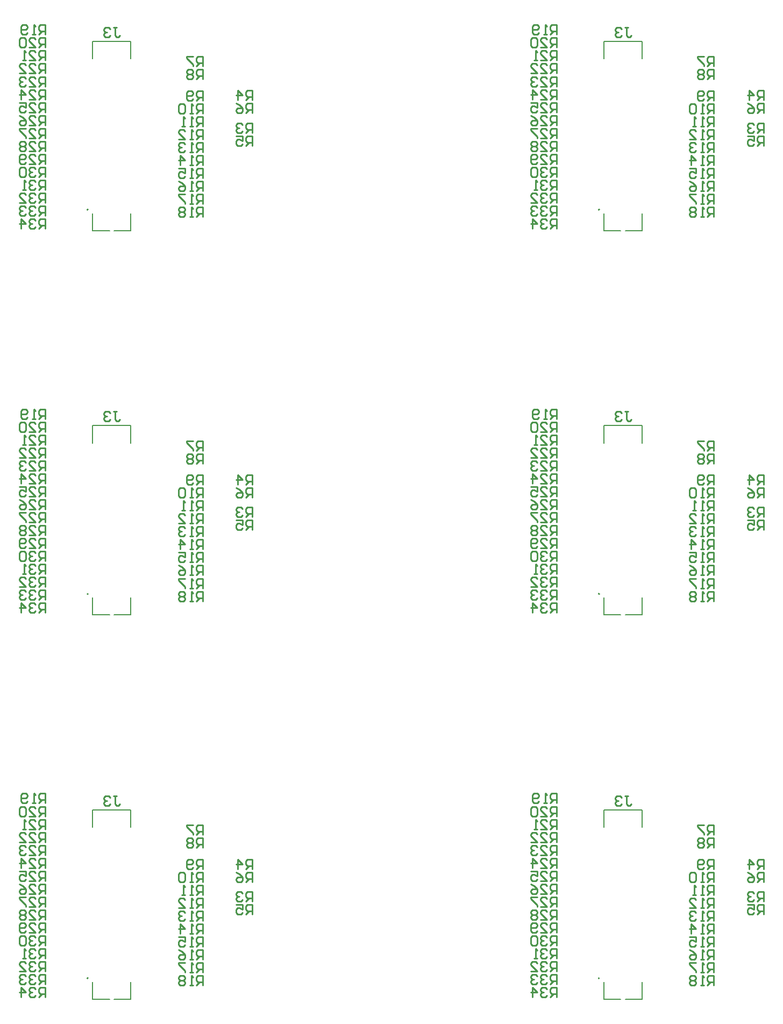
<source format=gbo>
G04*
G04 #@! TF.GenerationSoftware,Altium Limited,Altium Designer,19.0.15 (446)*
G04*
G04 Layer_Color=32896*
%FSLAX43Y43*%
%MOMM*%
G71*
G01*
G75*
%ADD18C,0.254*%
%ADD28C,0.200*%
%ADD30C,0.127*%
D18*
X39535Y33602D02*
Y35125D01*
X38773D01*
X38519Y34872D01*
Y34364D01*
X38773Y34110D01*
X39535D01*
X39027D02*
X38519Y33602D01*
X36995D02*
X38011D01*
X36995Y34618D01*
Y34872D01*
X37249Y35125D01*
X37757D01*
X38011Y34872D01*
X36488Y33856D02*
X36234Y33602D01*
X35726D01*
X35472Y33856D01*
Y34872D01*
X35726Y35125D01*
X36234D01*
X36488Y34872D01*
Y34618D01*
X36234Y34364D01*
X35472D01*
X64295Y31392D02*
Y32916D01*
X63533D01*
X63279Y32662D01*
Y32154D01*
X63533Y31900D01*
X64295D01*
X63787D02*
X63279Y31392D01*
X62771D02*
X62264D01*
X62518D01*
Y32916D01*
X62771Y32662D01*
X60486Y32916D02*
X61502D01*
Y32154D01*
X60994Y32408D01*
X60740D01*
X60486Y32154D01*
Y31646D01*
X60740Y31392D01*
X61248D01*
X61502Y31646D01*
X64295Y25281D02*
Y26805D01*
X63534D01*
X63280Y26551D01*
Y26043D01*
X63534Y25789D01*
X64295D01*
X63788D02*
X63280Y25281D01*
X62772D02*
X62264D01*
X62518D01*
Y26805D01*
X62772Y26551D01*
X61502D02*
X61248Y26805D01*
X60741D01*
X60487Y26551D01*
Y26297D01*
X60741Y26043D01*
X60487Y25789D01*
Y25535D01*
X60741Y25281D01*
X61248D01*
X61502Y25535D01*
Y25789D01*
X61248Y26043D01*
X61502Y26297D01*
Y26551D01*
X61248Y26043D02*
X60741D01*
X39535Y45794D02*
Y47318D01*
X38773D01*
X38519Y47064D01*
Y46556D01*
X38773Y46302D01*
X39535D01*
X39027D02*
X38519Y45794D01*
X36996D02*
X38011D01*
X36996Y46810D01*
Y47064D01*
X37250Y47318D01*
X37758D01*
X38011Y47064D01*
X36488D02*
X36234Y47318D01*
X35726D01*
X35472Y47064D01*
Y46810D01*
X35726Y46556D01*
X35980D01*
X35726D01*
X35472Y46302D01*
Y46048D01*
X35726Y45794D01*
X36234D01*
X36488Y46048D01*
X39535Y43762D02*
Y45286D01*
X38773D01*
X38519Y45032D01*
Y44524D01*
X38773Y44270D01*
X39535D01*
X39027D02*
X38519Y43762D01*
X36996D02*
X38011D01*
X36996Y44778D01*
Y45032D01*
X37250Y45286D01*
X37758D01*
X38011Y45032D01*
X35726Y43762D02*
Y45286D01*
X36488Y44524D01*
X35472D01*
X39535Y41730D02*
Y43254D01*
X38773D01*
X38519Y43000D01*
Y42492D01*
X38773Y42238D01*
X39535D01*
X39027D02*
X38519Y41730D01*
X36996D02*
X38011D01*
X36996Y42746D01*
Y43000D01*
X37250Y43254D01*
X37758D01*
X38011Y43000D01*
X35472Y43254D02*
X36488D01*
Y42492D01*
X35980Y42746D01*
X35726D01*
X35472Y42492D01*
Y41984D01*
X35726Y41730D01*
X36234D01*
X36488Y41984D01*
X39535Y39698D02*
Y41222D01*
X38773D01*
X38519Y40968D01*
Y40460D01*
X38773Y40206D01*
X39535D01*
X39027D02*
X38519Y39698D01*
X36996D02*
X38011D01*
X36996Y40714D01*
Y40968D01*
X37250Y41222D01*
X37758D01*
X38011Y40968D01*
X35472Y41222D02*
X35980Y40968D01*
X36488Y40460D01*
Y39952D01*
X36234Y39698D01*
X35726D01*
X35472Y39952D01*
Y40206D01*
X35726Y40460D01*
X36488D01*
X64295Y37499D02*
Y39023D01*
X63534D01*
X63280Y38769D01*
Y38261D01*
X63534Y38007D01*
X64295D01*
X63788D02*
X63280Y37499D01*
X62772D02*
X62264D01*
X62518D01*
Y39023D01*
X62772Y38769D01*
X60487Y37499D02*
X61502D01*
X60487Y38515D01*
Y38769D01*
X60741Y39023D01*
X61248D01*
X61502Y38769D01*
X64295Y35463D02*
Y36986D01*
X63534D01*
X63280Y36733D01*
Y36225D01*
X63534Y35971D01*
X64295D01*
X63788D02*
X63280Y35463D01*
X62772D02*
X62264D01*
X62518D01*
Y36986D01*
X62772Y36733D01*
X61502D02*
X61248Y36986D01*
X60741D01*
X60487Y36733D01*
Y36479D01*
X60741Y36225D01*
X60995D01*
X60741D01*
X60487Y35971D01*
Y35717D01*
X60741Y35463D01*
X61248D01*
X61502Y35717D01*
X64295Y33427D02*
Y34951D01*
X63534D01*
X63280Y34697D01*
Y34189D01*
X63534Y33935D01*
X64295D01*
X63788D02*
X63280Y33427D01*
X62772D02*
X62264D01*
X62518D01*
Y34951D01*
X62772Y34697D01*
X60741Y33427D02*
Y34951D01*
X61502Y34189D01*
X60487D01*
X64295Y43607D02*
Y45131D01*
X63534D01*
X63280Y44877D01*
Y44369D01*
X63534Y44115D01*
X64295D01*
X63788D02*
X63280Y43607D01*
X62772Y43861D02*
X62518Y43607D01*
X62010D01*
X61756Y43861D01*
Y44877D01*
X62010Y45131D01*
X62518D01*
X62772Y44877D01*
Y44623D01*
X62518Y44369D01*
X61756D01*
X64295Y41571D02*
Y43095D01*
X63534D01*
X63280Y42841D01*
Y42333D01*
X63534Y42079D01*
X64295D01*
X63788D02*
X63280Y41571D01*
X62772D02*
X62264D01*
X62518D01*
Y43095D01*
X62772Y42841D01*
X61502D02*
X61248Y43095D01*
X60741D01*
X60487Y42841D01*
Y41825D01*
X60741Y41571D01*
X61248D01*
X61502Y41825D01*
Y42841D01*
X64295Y39535D02*
Y41059D01*
X63534D01*
X63280Y40805D01*
Y40297D01*
X63534Y40043D01*
X64295D01*
X63788D02*
X63280Y39535D01*
X62772D02*
X62264D01*
X62518D01*
Y41059D01*
X62772Y40805D01*
X61502Y39535D02*
X60995D01*
X61248D01*
Y41059D01*
X61502Y40805D01*
X64295Y48983D02*
Y50507D01*
X63534D01*
X63280Y50253D01*
Y49745D01*
X63534Y49491D01*
X64295D01*
X63788D02*
X63280Y48983D01*
X62772Y50507D02*
X61756D01*
Y50253D01*
X62772Y49237D01*
Y48983D01*
X64295Y46947D02*
Y48471D01*
X63534D01*
X63280Y48217D01*
Y47709D01*
X63534Y47455D01*
X64295D01*
X63788D02*
X63280Y46947D01*
X62772Y48217D02*
X62518Y48471D01*
X62010D01*
X61756Y48217D01*
Y47963D01*
X62010Y47709D01*
X61756Y47455D01*
Y47201D01*
X62010Y46947D01*
X62518D01*
X62772Y47201D01*
Y47455D01*
X62518Y47709D01*
X62772Y47963D01*
Y48217D01*
X62518Y47709D02*
X62010D01*
X64295Y29355D02*
Y30878D01*
X63534D01*
X63280Y30624D01*
Y30116D01*
X63534Y29862D01*
X64295D01*
X63788D02*
X63280Y29355D01*
X62772D02*
X62264D01*
X62518D01*
Y30878D01*
X62772Y30624D01*
X60487Y30878D02*
X60995Y30624D01*
X61502Y30116D01*
Y29609D01*
X61248Y29355D01*
X60741D01*
X60487Y29609D01*
Y29862D01*
X60741Y30116D01*
X61502D01*
X64295Y27318D02*
Y28842D01*
X63534D01*
X63280Y28588D01*
Y28080D01*
X63534Y27826D01*
X64295D01*
X63788D02*
X63280Y27318D01*
X62772D02*
X62264D01*
X62518D01*
Y28842D01*
X62772Y28588D01*
X61502Y28842D02*
X60487D01*
Y28588D01*
X61502Y27572D01*
Y27318D01*
X39535Y37666D02*
Y39189D01*
X38773D01*
X38519Y38936D01*
Y38428D01*
X38773Y38174D01*
X39535D01*
X39027D02*
X38519Y37666D01*
X36995D02*
X38011D01*
X36995Y38682D01*
Y38936D01*
X37249Y39189D01*
X37757D01*
X38011Y38936D01*
X36488Y39189D02*
X35472D01*
Y38936D01*
X36488Y37920D01*
Y37666D01*
X39535Y35634D02*
Y37158D01*
X38773D01*
X38519Y36904D01*
Y36396D01*
X38773Y36142D01*
X39535D01*
X39027D02*
X38519Y35634D01*
X36995D02*
X38011D01*
X36995Y36650D01*
Y36904D01*
X37249Y37158D01*
X37757D01*
X38011Y36904D01*
X36488D02*
X36234Y37158D01*
X35726D01*
X35472Y36904D01*
Y36650D01*
X35726Y36396D01*
X35472Y36142D01*
Y35888D01*
X35726Y35634D01*
X36234D01*
X36488Y35888D01*
Y36142D01*
X36234Y36396D01*
X36488Y36650D01*
Y36904D01*
X36234Y36396D02*
X35726D01*
X39535Y31570D02*
Y33093D01*
X38773D01*
X38519Y32840D01*
Y32332D01*
X38773Y32078D01*
X39535D01*
X39027D02*
X38519Y31570D01*
X38011Y32840D02*
X37757Y33093D01*
X37249D01*
X36995Y32840D01*
Y32586D01*
X37249Y32332D01*
X37503D01*
X37249D01*
X36995Y32078D01*
Y31824D01*
X37249Y31570D01*
X37757D01*
X38011Y31824D01*
X36488Y32840D02*
X36234Y33093D01*
X35726D01*
X35472Y32840D01*
Y31824D01*
X35726Y31570D01*
X36234D01*
X36488Y31824D01*
Y32840D01*
X39535Y29538D02*
Y31062D01*
X38773D01*
X38519Y30808D01*
Y30300D01*
X38773Y30046D01*
X39535D01*
X39027D02*
X38519Y29538D01*
X38011Y30808D02*
X37757Y31062D01*
X37249D01*
X36995Y30808D01*
Y30554D01*
X37249Y30300D01*
X37503D01*
X37249D01*
X36995Y30046D01*
Y29792D01*
X37249Y29538D01*
X37757D01*
X38011Y29792D01*
X36488Y29538D02*
X35980D01*
X36234D01*
Y31062D01*
X36488Y30808D01*
X39535Y27506D02*
Y29030D01*
X38773D01*
X38519Y28776D01*
Y28268D01*
X38773Y28014D01*
X39535D01*
X39027D02*
X38519Y27506D01*
X38011Y28776D02*
X37757Y29030D01*
X37249D01*
X36995Y28776D01*
Y28522D01*
X37249Y28268D01*
X37503D01*
X37249D01*
X36995Y28014D01*
Y27760D01*
X37249Y27506D01*
X37757D01*
X38011Y27760D01*
X35472Y27506D02*
X36488D01*
X35472Y28522D01*
Y28776D01*
X35726Y29030D01*
X36234D01*
X36488Y28776D01*
X39535Y25474D02*
Y26998D01*
X38773D01*
X38519Y26744D01*
Y26236D01*
X38773Y25982D01*
X39535D01*
X39027D02*
X38519Y25474D01*
X38011Y26744D02*
X37757Y26998D01*
X37249D01*
X36995Y26744D01*
Y26490D01*
X37249Y26236D01*
X37503D01*
X37249D01*
X36995Y25982D01*
Y25728D01*
X37249Y25474D01*
X37757D01*
X38011Y25728D01*
X36488Y26744D02*
X36234Y26998D01*
X35726D01*
X35472Y26744D01*
Y26490D01*
X35726Y26236D01*
X35980D01*
X35726D01*
X35472Y25982D01*
Y25728D01*
X35726Y25474D01*
X36234D01*
X36488Y25728D01*
X39535Y23442D02*
Y24966D01*
X38773D01*
X38519Y24712D01*
Y24204D01*
X38773Y23950D01*
X39535D01*
X39027D02*
X38519Y23442D01*
X38011Y24712D02*
X37757Y24966D01*
X37249D01*
X36995Y24712D01*
Y24458D01*
X37249Y24204D01*
X37503D01*
X37249D01*
X36995Y23950D01*
Y23696D01*
X37249Y23442D01*
X37757D01*
X38011Y23696D01*
X35726Y23442D02*
Y24966D01*
X36488Y24204D01*
X35472D01*
X39535Y53954D02*
Y55478D01*
X38773D01*
X38519Y55224D01*
Y54716D01*
X38773Y54462D01*
X39535D01*
X39027D02*
X38519Y53954D01*
X38011D02*
X37503D01*
X37757D01*
Y55478D01*
X38011Y55224D01*
X36741Y54208D02*
X36488Y53954D01*
X35980D01*
X35726Y54208D01*
Y55224D01*
X35980Y55478D01*
X36488D01*
X36741Y55224D01*
Y54970D01*
X36488Y54716D01*
X35726D01*
X39535Y51918D02*
Y53442D01*
X38773D01*
X38519Y53188D01*
Y52680D01*
X38773Y52426D01*
X39535D01*
X39027D02*
X38519Y51918D01*
X36995D02*
X38011D01*
X36995Y52934D01*
Y53188D01*
X37249Y53442D01*
X37757D01*
X38011Y53188D01*
X36488D02*
X36234Y53442D01*
X35726D01*
X35472Y53188D01*
Y52172D01*
X35726Y51918D01*
X36234D01*
X36488Y52172D01*
Y53188D01*
X39535Y49882D02*
Y51406D01*
X38773D01*
X38519Y51152D01*
Y50644D01*
X38773Y50390D01*
X39535D01*
X39027D02*
X38519Y49882D01*
X36995D02*
X38011D01*
X36995Y50898D01*
Y51152D01*
X37249Y51406D01*
X37757D01*
X38011Y51152D01*
X36488Y49882D02*
X35980D01*
X36234D01*
Y51406D01*
X36488Y51152D01*
X39535Y47846D02*
Y49370D01*
X38773D01*
X38519Y49116D01*
Y48608D01*
X38773Y48354D01*
X39535D01*
X39027D02*
X38519Y47846D01*
X36995D02*
X38011D01*
X36995Y48862D01*
Y49116D01*
X37249Y49370D01*
X37757D01*
X38011Y49116D01*
X35472Y47846D02*
X36488D01*
X35472Y48862D01*
Y49116D01*
X35726Y49370D01*
X36234D01*
X36488Y49116D01*
X72123Y41583D02*
Y43107D01*
X71361D01*
X71107Y42853D01*
Y42345D01*
X71361Y42091D01*
X72123D01*
X71615D02*
X71107Y41583D01*
X69584Y43107D02*
X70092Y42853D01*
X70599Y42345D01*
Y41837D01*
X70346Y41583D01*
X69838D01*
X69584Y41837D01*
Y42091D01*
X69838Y42345D01*
X70599D01*
X72123Y36485D02*
Y38009D01*
X71361D01*
X71107Y37755D01*
Y37247D01*
X71361Y36993D01*
X72123D01*
X71615D02*
X71107Y36485D01*
X69584Y38009D02*
X70599D01*
Y37247D01*
X70092Y37501D01*
X69838D01*
X69584Y37247D01*
Y36739D01*
X69838Y36485D01*
X70346D01*
X70599Y36739D01*
X72123Y43615D02*
Y45139D01*
X71361D01*
X71107Y44885D01*
Y44377D01*
X71361Y44123D01*
X72123D01*
X71615D02*
X71107Y43615D01*
X69838D02*
Y45139D01*
X70599Y44377D01*
X69584D01*
X72123Y38517D02*
Y40041D01*
X71361D01*
X71107Y39787D01*
Y39279D01*
X71361Y39025D01*
X72123D01*
X71615D02*
X71107Y38517D01*
X70599Y39787D02*
X70346Y40041D01*
X69838D01*
X69584Y39787D01*
Y39533D01*
X69838Y39279D01*
X70092D01*
X69838D01*
X69584Y39025D01*
Y38771D01*
X69838Y38517D01*
X70346D01*
X70599Y38771D01*
X50259Y55118D02*
X50767D01*
X50513D01*
Y53848D01*
X50767Y53594D01*
X51021D01*
X51275Y53848D01*
X49751Y54864D02*
X49498Y55118D01*
X48990D01*
X48736Y54864D01*
Y54610D01*
X48990Y54356D01*
X49244D01*
X48990D01*
X48736Y54102D01*
Y53848D01*
X48990Y53594D01*
X49498D01*
X49751Y53848D01*
X120035Y33602D02*
Y35125D01*
X119273D01*
X119019Y34872D01*
Y34364D01*
X119273Y34110D01*
X120035D01*
X119527D02*
X119019Y33602D01*
X117495D02*
X118511D01*
X117495Y34618D01*
Y34872D01*
X117749Y35125D01*
X118257D01*
X118511Y34872D01*
X116988Y33856D02*
X116734Y33602D01*
X116226D01*
X115972Y33856D01*
Y34872D01*
X116226Y35125D01*
X116734D01*
X116988Y34872D01*
Y34618D01*
X116734Y34364D01*
X115972D01*
X144795Y31392D02*
Y32916D01*
X144033D01*
X143779Y32662D01*
Y32154D01*
X144033Y31900D01*
X144795D01*
X144287D02*
X143779Y31392D01*
X143271D02*
X142764D01*
X143018D01*
Y32916D01*
X143271Y32662D01*
X140986Y32916D02*
X142002D01*
Y32154D01*
X141494Y32408D01*
X141240D01*
X140986Y32154D01*
Y31646D01*
X141240Y31392D01*
X141748D01*
X142002Y31646D01*
X144795Y25281D02*
Y26805D01*
X144034D01*
X143780Y26551D01*
Y26043D01*
X144034Y25789D01*
X144795D01*
X144288D02*
X143780Y25281D01*
X143272D02*
X142764D01*
X143018D01*
Y26805D01*
X143272Y26551D01*
X142002D02*
X141748Y26805D01*
X141241D01*
X140987Y26551D01*
Y26297D01*
X141241Y26043D01*
X140987Y25789D01*
Y25535D01*
X141241Y25281D01*
X141748D01*
X142002Y25535D01*
Y25789D01*
X141748Y26043D01*
X142002Y26297D01*
Y26551D01*
X141748Y26043D02*
X141241D01*
X120035Y45794D02*
Y47318D01*
X119273D01*
X119019Y47064D01*
Y46556D01*
X119273Y46302D01*
X120035D01*
X119527D02*
X119019Y45794D01*
X117496D02*
X118511D01*
X117496Y46810D01*
Y47064D01*
X117750Y47318D01*
X118258D01*
X118511Y47064D01*
X116988D02*
X116734Y47318D01*
X116226D01*
X115972Y47064D01*
Y46810D01*
X116226Y46556D01*
X116480D01*
X116226D01*
X115972Y46302D01*
Y46048D01*
X116226Y45794D01*
X116734D01*
X116988Y46048D01*
X120035Y43762D02*
Y45286D01*
X119273D01*
X119019Y45032D01*
Y44524D01*
X119273Y44270D01*
X120035D01*
X119527D02*
X119019Y43762D01*
X117496D02*
X118511D01*
X117496Y44778D01*
Y45032D01*
X117750Y45286D01*
X118258D01*
X118511Y45032D01*
X116226Y43762D02*
Y45286D01*
X116988Y44524D01*
X115972D01*
X120035Y41730D02*
Y43254D01*
X119273D01*
X119019Y43000D01*
Y42492D01*
X119273Y42238D01*
X120035D01*
X119527D02*
X119019Y41730D01*
X117496D02*
X118511D01*
X117496Y42746D01*
Y43000D01*
X117750Y43254D01*
X118258D01*
X118511Y43000D01*
X115972Y43254D02*
X116988D01*
Y42492D01*
X116480Y42746D01*
X116226D01*
X115972Y42492D01*
Y41984D01*
X116226Y41730D01*
X116734D01*
X116988Y41984D01*
X120035Y39698D02*
Y41222D01*
X119273D01*
X119019Y40968D01*
Y40460D01*
X119273Y40206D01*
X120035D01*
X119527D02*
X119019Y39698D01*
X117496D02*
X118511D01*
X117496Y40714D01*
Y40968D01*
X117750Y41222D01*
X118258D01*
X118511Y40968D01*
X115972Y41222D02*
X116480Y40968D01*
X116988Y40460D01*
Y39952D01*
X116734Y39698D01*
X116226D01*
X115972Y39952D01*
Y40206D01*
X116226Y40460D01*
X116988D01*
X144795Y37499D02*
Y39023D01*
X144034D01*
X143780Y38769D01*
Y38261D01*
X144034Y38007D01*
X144795D01*
X144288D02*
X143780Y37499D01*
X143272D02*
X142764D01*
X143018D01*
Y39023D01*
X143272Y38769D01*
X140987Y37499D02*
X142002D01*
X140987Y38515D01*
Y38769D01*
X141241Y39023D01*
X141748D01*
X142002Y38769D01*
X144795Y35463D02*
Y36986D01*
X144034D01*
X143780Y36733D01*
Y36225D01*
X144034Y35971D01*
X144795D01*
X144288D02*
X143780Y35463D01*
X143272D02*
X142764D01*
X143018D01*
Y36986D01*
X143272Y36733D01*
X142002D02*
X141748Y36986D01*
X141241D01*
X140987Y36733D01*
Y36479D01*
X141241Y36225D01*
X141495D01*
X141241D01*
X140987Y35971D01*
Y35717D01*
X141241Y35463D01*
X141748D01*
X142002Y35717D01*
X144795Y33427D02*
Y34951D01*
X144034D01*
X143780Y34697D01*
Y34189D01*
X144034Y33935D01*
X144795D01*
X144288D02*
X143780Y33427D01*
X143272D02*
X142764D01*
X143018D01*
Y34951D01*
X143272Y34697D01*
X141241Y33427D02*
Y34951D01*
X142002Y34189D01*
X140987D01*
X144795Y43607D02*
Y45131D01*
X144034D01*
X143780Y44877D01*
Y44369D01*
X144034Y44115D01*
X144795D01*
X144288D02*
X143780Y43607D01*
X143272Y43861D02*
X143018Y43607D01*
X142510D01*
X142256Y43861D01*
Y44877D01*
X142510Y45131D01*
X143018D01*
X143272Y44877D01*
Y44623D01*
X143018Y44369D01*
X142256D01*
X144795Y41571D02*
Y43095D01*
X144034D01*
X143780Y42841D01*
Y42333D01*
X144034Y42079D01*
X144795D01*
X144288D02*
X143780Y41571D01*
X143272D02*
X142764D01*
X143018D01*
Y43095D01*
X143272Y42841D01*
X142002D02*
X141748Y43095D01*
X141241D01*
X140987Y42841D01*
Y41825D01*
X141241Y41571D01*
X141748D01*
X142002Y41825D01*
Y42841D01*
X144795Y39535D02*
Y41059D01*
X144034D01*
X143780Y40805D01*
Y40297D01*
X144034Y40043D01*
X144795D01*
X144288D02*
X143780Y39535D01*
X143272D02*
X142764D01*
X143018D01*
Y41059D01*
X143272Y40805D01*
X142002Y39535D02*
X141495D01*
X141748D01*
Y41059D01*
X142002Y40805D01*
X144795Y48983D02*
Y50507D01*
X144034D01*
X143780Y50253D01*
Y49745D01*
X144034Y49491D01*
X144795D01*
X144288D02*
X143780Y48983D01*
X143272Y50507D02*
X142256D01*
Y50253D01*
X143272Y49237D01*
Y48983D01*
X144795Y46947D02*
Y48471D01*
X144034D01*
X143780Y48217D01*
Y47709D01*
X144034Y47455D01*
X144795D01*
X144288D02*
X143780Y46947D01*
X143272Y48217D02*
X143018Y48471D01*
X142510D01*
X142256Y48217D01*
Y47963D01*
X142510Y47709D01*
X142256Y47455D01*
Y47201D01*
X142510Y46947D01*
X143018D01*
X143272Y47201D01*
Y47455D01*
X143018Y47709D01*
X143272Y47963D01*
Y48217D01*
X143018Y47709D02*
X142510D01*
X144795Y29355D02*
Y30878D01*
X144034D01*
X143780Y30624D01*
Y30116D01*
X144034Y29862D01*
X144795D01*
X144288D02*
X143780Y29355D01*
X143272D02*
X142764D01*
X143018D01*
Y30878D01*
X143272Y30624D01*
X140987Y30878D02*
X141495Y30624D01*
X142002Y30116D01*
Y29609D01*
X141748Y29355D01*
X141241D01*
X140987Y29609D01*
Y29862D01*
X141241Y30116D01*
X142002D01*
X144795Y27318D02*
Y28842D01*
X144034D01*
X143780Y28588D01*
Y28080D01*
X144034Y27826D01*
X144795D01*
X144288D02*
X143780Y27318D01*
X143272D02*
X142764D01*
X143018D01*
Y28842D01*
X143272Y28588D01*
X142002Y28842D02*
X140987D01*
Y28588D01*
X142002Y27572D01*
Y27318D01*
X120035Y37666D02*
Y39189D01*
X119273D01*
X119019Y38936D01*
Y38428D01*
X119273Y38174D01*
X120035D01*
X119527D02*
X119019Y37666D01*
X117495D02*
X118511D01*
X117495Y38682D01*
Y38936D01*
X117749Y39189D01*
X118257D01*
X118511Y38936D01*
X116988Y39189D02*
X115972D01*
Y38936D01*
X116988Y37920D01*
Y37666D01*
X120035Y35634D02*
Y37158D01*
X119273D01*
X119019Y36904D01*
Y36396D01*
X119273Y36142D01*
X120035D01*
X119527D02*
X119019Y35634D01*
X117495D02*
X118511D01*
X117495Y36650D01*
Y36904D01*
X117749Y37158D01*
X118257D01*
X118511Y36904D01*
X116988D02*
X116734Y37158D01*
X116226D01*
X115972Y36904D01*
Y36650D01*
X116226Y36396D01*
X115972Y36142D01*
Y35888D01*
X116226Y35634D01*
X116734D01*
X116988Y35888D01*
Y36142D01*
X116734Y36396D01*
X116988Y36650D01*
Y36904D01*
X116734Y36396D02*
X116226D01*
X120035Y31570D02*
Y33093D01*
X119273D01*
X119019Y32840D01*
Y32332D01*
X119273Y32078D01*
X120035D01*
X119527D02*
X119019Y31570D01*
X118511Y32840D02*
X118257Y33093D01*
X117749D01*
X117495Y32840D01*
Y32586D01*
X117749Y32332D01*
X118003D01*
X117749D01*
X117495Y32078D01*
Y31824D01*
X117749Y31570D01*
X118257D01*
X118511Y31824D01*
X116988Y32840D02*
X116734Y33093D01*
X116226D01*
X115972Y32840D01*
Y31824D01*
X116226Y31570D01*
X116734D01*
X116988Y31824D01*
Y32840D01*
X120035Y29538D02*
Y31062D01*
X119273D01*
X119019Y30808D01*
Y30300D01*
X119273Y30046D01*
X120035D01*
X119527D02*
X119019Y29538D01*
X118511Y30808D02*
X118257Y31062D01*
X117749D01*
X117495Y30808D01*
Y30554D01*
X117749Y30300D01*
X118003D01*
X117749D01*
X117495Y30046D01*
Y29792D01*
X117749Y29538D01*
X118257D01*
X118511Y29792D01*
X116988Y29538D02*
X116480D01*
X116734D01*
Y31062D01*
X116988Y30808D01*
X120035Y27506D02*
Y29030D01*
X119273D01*
X119019Y28776D01*
Y28268D01*
X119273Y28014D01*
X120035D01*
X119527D02*
X119019Y27506D01*
X118511Y28776D02*
X118257Y29030D01*
X117749D01*
X117495Y28776D01*
Y28522D01*
X117749Y28268D01*
X118003D01*
X117749D01*
X117495Y28014D01*
Y27760D01*
X117749Y27506D01*
X118257D01*
X118511Y27760D01*
X115972Y27506D02*
X116988D01*
X115972Y28522D01*
Y28776D01*
X116226Y29030D01*
X116734D01*
X116988Y28776D01*
X120035Y25474D02*
Y26998D01*
X119273D01*
X119019Y26744D01*
Y26236D01*
X119273Y25982D01*
X120035D01*
X119527D02*
X119019Y25474D01*
X118511Y26744D02*
X118257Y26998D01*
X117749D01*
X117495Y26744D01*
Y26490D01*
X117749Y26236D01*
X118003D01*
X117749D01*
X117495Y25982D01*
Y25728D01*
X117749Y25474D01*
X118257D01*
X118511Y25728D01*
X116988Y26744D02*
X116734Y26998D01*
X116226D01*
X115972Y26744D01*
Y26490D01*
X116226Y26236D01*
X116480D01*
X116226D01*
X115972Y25982D01*
Y25728D01*
X116226Y25474D01*
X116734D01*
X116988Y25728D01*
X120035Y23442D02*
Y24966D01*
X119273D01*
X119019Y24712D01*
Y24204D01*
X119273Y23950D01*
X120035D01*
X119527D02*
X119019Y23442D01*
X118511Y24712D02*
X118257Y24966D01*
X117749D01*
X117495Y24712D01*
Y24458D01*
X117749Y24204D01*
X118003D01*
X117749D01*
X117495Y23950D01*
Y23696D01*
X117749Y23442D01*
X118257D01*
X118511Y23696D01*
X116226Y23442D02*
Y24966D01*
X116988Y24204D01*
X115972D01*
X120035Y53954D02*
Y55478D01*
X119273D01*
X119019Y55224D01*
Y54716D01*
X119273Y54462D01*
X120035D01*
X119527D02*
X119019Y53954D01*
X118511D02*
X118003D01*
X118257D01*
Y55478D01*
X118511Y55224D01*
X117241Y54208D02*
X116988Y53954D01*
X116480D01*
X116226Y54208D01*
Y55224D01*
X116480Y55478D01*
X116988D01*
X117241Y55224D01*
Y54970D01*
X116988Y54716D01*
X116226D01*
X120035Y51918D02*
Y53442D01*
X119273D01*
X119019Y53188D01*
Y52680D01*
X119273Y52426D01*
X120035D01*
X119527D02*
X119019Y51918D01*
X117495D02*
X118511D01*
X117495Y52934D01*
Y53188D01*
X117749Y53442D01*
X118257D01*
X118511Y53188D01*
X116988D02*
X116734Y53442D01*
X116226D01*
X115972Y53188D01*
Y52172D01*
X116226Y51918D01*
X116734D01*
X116988Y52172D01*
Y53188D01*
X120035Y49882D02*
Y51406D01*
X119273D01*
X119019Y51152D01*
Y50644D01*
X119273Y50390D01*
X120035D01*
X119527D02*
X119019Y49882D01*
X117495D02*
X118511D01*
X117495Y50898D01*
Y51152D01*
X117749Y51406D01*
X118257D01*
X118511Y51152D01*
X116988Y49882D02*
X116480D01*
X116734D01*
Y51406D01*
X116988Y51152D01*
X120035Y47846D02*
Y49370D01*
X119273D01*
X119019Y49116D01*
Y48608D01*
X119273Y48354D01*
X120035D01*
X119527D02*
X119019Y47846D01*
X117495D02*
X118511D01*
X117495Y48862D01*
Y49116D01*
X117749Y49370D01*
X118257D01*
X118511Y49116D01*
X115972Y47846D02*
X116988D01*
X115972Y48862D01*
Y49116D01*
X116226Y49370D01*
X116734D01*
X116988Y49116D01*
X152623Y41583D02*
Y43107D01*
X151861D01*
X151607Y42853D01*
Y42345D01*
X151861Y42091D01*
X152623D01*
X152115D02*
X151607Y41583D01*
X150084Y43107D02*
X150592Y42853D01*
X151099Y42345D01*
Y41837D01*
X150846Y41583D01*
X150338D01*
X150084Y41837D01*
Y42091D01*
X150338Y42345D01*
X151099D01*
X152623Y36485D02*
Y38009D01*
X151861D01*
X151607Y37755D01*
Y37247D01*
X151861Y36993D01*
X152623D01*
X152115D02*
X151607Y36485D01*
X150084Y38009D02*
X151099D01*
Y37247D01*
X150592Y37501D01*
X150338D01*
X150084Y37247D01*
Y36739D01*
X150338Y36485D01*
X150846D01*
X151099Y36739D01*
X152623Y43615D02*
Y45139D01*
X151861D01*
X151607Y44885D01*
Y44377D01*
X151861Y44123D01*
X152623D01*
X152115D02*
X151607Y43615D01*
X150338D02*
Y45139D01*
X151099Y44377D01*
X150084D01*
X152623Y38517D02*
Y40041D01*
X151861D01*
X151607Y39787D01*
Y39279D01*
X151861Y39025D01*
X152623D01*
X152115D02*
X151607Y38517D01*
X151099Y39787D02*
X150846Y40041D01*
X150338D01*
X150084Y39787D01*
Y39533D01*
X150338Y39279D01*
X150592D01*
X150338D01*
X150084Y39025D01*
Y38771D01*
X150338Y38517D01*
X150846D01*
X151099Y38771D01*
X130759Y55118D02*
X131267D01*
X131013D01*
Y53848D01*
X131267Y53594D01*
X131521D01*
X131775Y53848D01*
X130251Y54864D02*
X129998Y55118D01*
X129490D01*
X129236Y54864D01*
Y54610D01*
X129490Y54356D01*
X129744D01*
X129490D01*
X129236Y54102D01*
Y53848D01*
X129490Y53594D01*
X129998D01*
X130251Y53848D01*
X39535Y94102D02*
Y95626D01*
X38773D01*
X38519Y95372D01*
Y94864D01*
X38773Y94610D01*
X39535D01*
X39027D02*
X38519Y94102D01*
X36995D02*
X38011D01*
X36995Y95118D01*
Y95372D01*
X37249Y95626D01*
X37757D01*
X38011Y95372D01*
X36488Y94356D02*
X36234Y94102D01*
X35726D01*
X35472Y94356D01*
Y95372D01*
X35726Y95626D01*
X36234D01*
X36488Y95372D01*
Y95118D01*
X36234Y94864D01*
X35472D01*
X64295Y91892D02*
Y93416D01*
X63533D01*
X63279Y93162D01*
Y92654D01*
X63533Y92400D01*
X64295D01*
X63787D02*
X63279Y91892D01*
X62771D02*
X62264D01*
X62518D01*
Y93416D01*
X62771Y93162D01*
X60486Y93416D02*
X61502D01*
Y92654D01*
X60994Y92908D01*
X60740D01*
X60486Y92654D01*
Y92146D01*
X60740Y91892D01*
X61248D01*
X61502Y92146D01*
X64295Y85781D02*
Y87305D01*
X63534D01*
X63280Y87051D01*
Y86543D01*
X63534Y86289D01*
X64295D01*
X63788D02*
X63280Y85781D01*
X62772D02*
X62264D01*
X62518D01*
Y87305D01*
X62772Y87051D01*
X61502D02*
X61248Y87305D01*
X60741D01*
X60487Y87051D01*
Y86797D01*
X60741Y86543D01*
X60487Y86289D01*
Y86035D01*
X60741Y85781D01*
X61248D01*
X61502Y86035D01*
Y86289D01*
X61248Y86543D01*
X61502Y86797D01*
Y87051D01*
X61248Y86543D02*
X60741D01*
X39535Y106294D02*
Y107818D01*
X38773D01*
X38519Y107564D01*
Y107056D01*
X38773Y106802D01*
X39535D01*
X39027D02*
X38519Y106294D01*
X36996D02*
X38011D01*
X36996Y107310D01*
Y107564D01*
X37250Y107818D01*
X37758D01*
X38011Y107564D01*
X36488D02*
X36234Y107818D01*
X35726D01*
X35472Y107564D01*
Y107310D01*
X35726Y107056D01*
X35980D01*
X35726D01*
X35472Y106802D01*
Y106548D01*
X35726Y106294D01*
X36234D01*
X36488Y106548D01*
X39535Y104262D02*
Y105786D01*
X38773D01*
X38519Y105532D01*
Y105024D01*
X38773Y104770D01*
X39535D01*
X39027D02*
X38519Y104262D01*
X36996D02*
X38011D01*
X36996Y105278D01*
Y105532D01*
X37250Y105786D01*
X37758D01*
X38011Y105532D01*
X35726Y104262D02*
Y105786D01*
X36488Y105024D01*
X35472D01*
X39535Y102230D02*
Y103754D01*
X38773D01*
X38519Y103500D01*
Y102992D01*
X38773Y102738D01*
X39535D01*
X39027D02*
X38519Y102230D01*
X36996D02*
X38011D01*
X36996Y103246D01*
Y103500D01*
X37250Y103754D01*
X37758D01*
X38011Y103500D01*
X35472Y103754D02*
X36488D01*
Y102992D01*
X35980Y103246D01*
X35726D01*
X35472Y102992D01*
Y102484D01*
X35726Y102230D01*
X36234D01*
X36488Y102484D01*
X39535Y100198D02*
Y101722D01*
X38773D01*
X38519Y101468D01*
Y100960D01*
X38773Y100706D01*
X39535D01*
X39027D02*
X38519Y100198D01*
X36996D02*
X38011D01*
X36996Y101214D01*
Y101468D01*
X37250Y101722D01*
X37758D01*
X38011Y101468D01*
X35472Y101722D02*
X35980Y101468D01*
X36488Y100960D01*
Y100452D01*
X36234Y100198D01*
X35726D01*
X35472Y100452D01*
Y100706D01*
X35726Y100960D01*
X36488D01*
X64295Y97999D02*
Y99523D01*
X63534D01*
X63280Y99269D01*
Y98761D01*
X63534Y98507D01*
X64295D01*
X63788D02*
X63280Y97999D01*
X62772D02*
X62264D01*
X62518D01*
Y99523D01*
X62772Y99269D01*
X60487Y97999D02*
X61502D01*
X60487Y99015D01*
Y99269D01*
X60741Y99523D01*
X61248D01*
X61502Y99269D01*
X64295Y95963D02*
Y97487D01*
X63534D01*
X63280Y97233D01*
Y96725D01*
X63534Y96471D01*
X64295D01*
X63788D02*
X63280Y95963D01*
X62772D02*
X62264D01*
X62518D01*
Y97487D01*
X62772Y97233D01*
X61502D02*
X61248Y97487D01*
X60741D01*
X60487Y97233D01*
Y96979D01*
X60741Y96725D01*
X60995D01*
X60741D01*
X60487Y96471D01*
Y96217D01*
X60741Y95963D01*
X61248D01*
X61502Y96217D01*
X64295Y93927D02*
Y95451D01*
X63534D01*
X63280Y95197D01*
Y94689D01*
X63534Y94435D01*
X64295D01*
X63788D02*
X63280Y93927D01*
X62772D02*
X62264D01*
X62518D01*
Y95451D01*
X62772Y95197D01*
X60741Y93927D02*
Y95451D01*
X61502Y94689D01*
X60487D01*
X64295Y104107D02*
Y105631D01*
X63534D01*
X63280Y105377D01*
Y104869D01*
X63534Y104615D01*
X64295D01*
X63788D02*
X63280Y104107D01*
X62772Y104361D02*
X62518Y104107D01*
X62010D01*
X61756Y104361D01*
Y105377D01*
X62010Y105631D01*
X62518D01*
X62772Y105377D01*
Y105123D01*
X62518Y104869D01*
X61756D01*
X64295Y102071D02*
Y103595D01*
X63534D01*
X63280Y103341D01*
Y102833D01*
X63534Y102579D01*
X64295D01*
X63788D02*
X63280Y102071D01*
X62772D02*
X62264D01*
X62518D01*
Y103595D01*
X62772Y103341D01*
X61502D02*
X61248Y103595D01*
X60741D01*
X60487Y103341D01*
Y102325D01*
X60741Y102071D01*
X61248D01*
X61502Y102325D01*
Y103341D01*
X64295Y100035D02*
Y101559D01*
X63534D01*
X63280Y101305D01*
Y100797D01*
X63534Y100543D01*
X64295D01*
X63788D02*
X63280Y100035D01*
X62772D02*
X62264D01*
X62518D01*
Y101559D01*
X62772Y101305D01*
X61502Y100035D02*
X60995D01*
X61248D01*
Y101559D01*
X61502Y101305D01*
X64295Y109483D02*
Y111007D01*
X63534D01*
X63280Y110753D01*
Y110245D01*
X63534Y109991D01*
X64295D01*
X63788D02*
X63280Y109483D01*
X62772Y111007D02*
X61756D01*
Y110753D01*
X62772Y109737D01*
Y109483D01*
X64295Y107447D02*
Y108971D01*
X63534D01*
X63280Y108717D01*
Y108209D01*
X63534Y107955D01*
X64295D01*
X63788D02*
X63280Y107447D01*
X62772Y108717D02*
X62518Y108971D01*
X62010D01*
X61756Y108717D01*
Y108463D01*
X62010Y108209D01*
X61756Y107955D01*
Y107701D01*
X62010Y107447D01*
X62518D01*
X62772Y107701D01*
Y107955D01*
X62518Y108209D01*
X62772Y108463D01*
Y108717D01*
X62518Y108209D02*
X62010D01*
X64295Y89855D02*
Y91378D01*
X63534D01*
X63280Y91124D01*
Y90616D01*
X63534Y90363D01*
X64295D01*
X63788D02*
X63280Y89855D01*
X62772D02*
X62264D01*
X62518D01*
Y91378D01*
X62772Y91124D01*
X60487Y91378D02*
X60995Y91124D01*
X61502Y90616D01*
Y90109D01*
X61248Y89855D01*
X60741D01*
X60487Y90109D01*
Y90363D01*
X60741Y90616D01*
X61502D01*
X64295Y87818D02*
Y89342D01*
X63534D01*
X63280Y89088D01*
Y88580D01*
X63534Y88326D01*
X64295D01*
X63788D02*
X63280Y87818D01*
X62772D02*
X62264D01*
X62518D01*
Y89342D01*
X62772Y89088D01*
X61502Y89342D02*
X60487D01*
Y89088D01*
X61502Y88072D01*
Y87818D01*
X39535Y98166D02*
Y99689D01*
X38773D01*
X38519Y99436D01*
Y98928D01*
X38773Y98674D01*
X39535D01*
X39027D02*
X38519Y98166D01*
X36995D02*
X38011D01*
X36995Y99182D01*
Y99436D01*
X37249Y99689D01*
X37757D01*
X38011Y99436D01*
X36488Y99689D02*
X35472D01*
Y99436D01*
X36488Y98420D01*
Y98166D01*
X39535Y96134D02*
Y97658D01*
X38773D01*
X38519Y97404D01*
Y96896D01*
X38773Y96642D01*
X39535D01*
X39027D02*
X38519Y96134D01*
X36995D02*
X38011D01*
X36995Y97150D01*
Y97404D01*
X37249Y97658D01*
X37757D01*
X38011Y97404D01*
X36488D02*
X36234Y97658D01*
X35726D01*
X35472Y97404D01*
Y97150D01*
X35726Y96896D01*
X35472Y96642D01*
Y96388D01*
X35726Y96134D01*
X36234D01*
X36488Y96388D01*
Y96642D01*
X36234Y96896D01*
X36488Y97150D01*
Y97404D01*
X36234Y96896D02*
X35726D01*
X39535Y92070D02*
Y93593D01*
X38773D01*
X38519Y93340D01*
Y92832D01*
X38773Y92578D01*
X39535D01*
X39027D02*
X38519Y92070D01*
X38011Y93340D02*
X37757Y93593D01*
X37249D01*
X36995Y93340D01*
Y93086D01*
X37249Y92832D01*
X37503D01*
X37249D01*
X36995Y92578D01*
Y92324D01*
X37249Y92070D01*
X37757D01*
X38011Y92324D01*
X36488Y93340D02*
X36234Y93593D01*
X35726D01*
X35472Y93340D01*
Y92324D01*
X35726Y92070D01*
X36234D01*
X36488Y92324D01*
Y93340D01*
X39535Y90038D02*
Y91562D01*
X38773D01*
X38519Y91308D01*
Y90800D01*
X38773Y90546D01*
X39535D01*
X39027D02*
X38519Y90038D01*
X38011Y91308D02*
X37757Y91562D01*
X37249D01*
X36995Y91308D01*
Y91054D01*
X37249Y90800D01*
X37503D01*
X37249D01*
X36995Y90546D01*
Y90292D01*
X37249Y90038D01*
X37757D01*
X38011Y90292D01*
X36488Y90038D02*
X35980D01*
X36234D01*
Y91562D01*
X36488Y91308D01*
X39535Y88006D02*
Y89530D01*
X38773D01*
X38519Y89276D01*
Y88768D01*
X38773Y88514D01*
X39535D01*
X39027D02*
X38519Y88006D01*
X38011Y89276D02*
X37757Y89530D01*
X37249D01*
X36995Y89276D01*
Y89022D01*
X37249Y88768D01*
X37503D01*
X37249D01*
X36995Y88514D01*
Y88260D01*
X37249Y88006D01*
X37757D01*
X38011Y88260D01*
X35472Y88006D02*
X36488D01*
X35472Y89022D01*
Y89276D01*
X35726Y89530D01*
X36234D01*
X36488Y89276D01*
X39535Y85974D02*
Y87498D01*
X38773D01*
X38519Y87244D01*
Y86736D01*
X38773Y86482D01*
X39535D01*
X39027D02*
X38519Y85974D01*
X38011Y87244D02*
X37757Y87498D01*
X37249D01*
X36995Y87244D01*
Y86990D01*
X37249Y86736D01*
X37503D01*
X37249D01*
X36995Y86482D01*
Y86228D01*
X37249Y85974D01*
X37757D01*
X38011Y86228D01*
X36488Y87244D02*
X36234Y87498D01*
X35726D01*
X35472Y87244D01*
Y86990D01*
X35726Y86736D01*
X35980D01*
X35726D01*
X35472Y86482D01*
Y86228D01*
X35726Y85974D01*
X36234D01*
X36488Y86228D01*
X39535Y83942D02*
Y85466D01*
X38773D01*
X38519Y85212D01*
Y84704D01*
X38773Y84450D01*
X39535D01*
X39027D02*
X38519Y83942D01*
X38011Y85212D02*
X37757Y85466D01*
X37249D01*
X36995Y85212D01*
Y84958D01*
X37249Y84704D01*
X37503D01*
X37249D01*
X36995Y84450D01*
Y84196D01*
X37249Y83942D01*
X37757D01*
X38011Y84196D01*
X35726Y83942D02*
Y85466D01*
X36488Y84704D01*
X35472D01*
X39535Y114454D02*
Y115978D01*
X38773D01*
X38519Y115724D01*
Y115216D01*
X38773Y114962D01*
X39535D01*
X39027D02*
X38519Y114454D01*
X38011D02*
X37503D01*
X37757D01*
Y115978D01*
X38011Y115724D01*
X36741Y114708D02*
X36488Y114454D01*
X35980D01*
X35726Y114708D01*
Y115724D01*
X35980Y115978D01*
X36488D01*
X36741Y115724D01*
Y115470D01*
X36488Y115216D01*
X35726D01*
X39535Y112418D02*
Y113941D01*
X38773D01*
X38519Y113688D01*
Y113180D01*
X38773Y112926D01*
X39535D01*
X39027D02*
X38519Y112418D01*
X36995D02*
X38011D01*
X36995Y113434D01*
Y113688D01*
X37249Y113941D01*
X37757D01*
X38011Y113688D01*
X36488D02*
X36234Y113941D01*
X35726D01*
X35472Y113688D01*
Y112672D01*
X35726Y112418D01*
X36234D01*
X36488Y112672D01*
Y113688D01*
X39535Y110382D02*
Y111906D01*
X38773D01*
X38519Y111652D01*
Y111144D01*
X38773Y110890D01*
X39535D01*
X39027D02*
X38519Y110382D01*
X36995D02*
X38011D01*
X36995Y111398D01*
Y111652D01*
X37249Y111906D01*
X37757D01*
X38011Y111652D01*
X36488Y110382D02*
X35980D01*
X36234D01*
Y111906D01*
X36488Y111652D01*
X39535Y108346D02*
Y109870D01*
X38773D01*
X38519Y109616D01*
Y109108D01*
X38773Y108854D01*
X39535D01*
X39027D02*
X38519Y108346D01*
X36995D02*
X38011D01*
X36995Y109362D01*
Y109616D01*
X37249Y109870D01*
X37757D01*
X38011Y109616D01*
X35472Y108346D02*
X36488D01*
X35472Y109362D01*
Y109616D01*
X35726Y109870D01*
X36234D01*
X36488Y109616D01*
X72123Y102083D02*
Y103607D01*
X71361D01*
X71107Y103353D01*
Y102845D01*
X71361Y102591D01*
X72123D01*
X71615D02*
X71107Y102083D01*
X69584Y103607D02*
X70092Y103353D01*
X70599Y102845D01*
Y102337D01*
X70346Y102083D01*
X69838D01*
X69584Y102337D01*
Y102591D01*
X69838Y102845D01*
X70599D01*
X72123Y96985D02*
Y98509D01*
X71361D01*
X71107Y98255D01*
Y97747D01*
X71361Y97493D01*
X72123D01*
X71615D02*
X71107Y96985D01*
X69584Y98509D02*
X70599D01*
Y97747D01*
X70092Y98001D01*
X69838D01*
X69584Y97747D01*
Y97239D01*
X69838Y96985D01*
X70346D01*
X70599Y97239D01*
X72123Y104115D02*
Y105639D01*
X71361D01*
X71107Y105385D01*
Y104877D01*
X71361Y104623D01*
X72123D01*
X71615D02*
X71107Y104115D01*
X69838D02*
Y105639D01*
X70599Y104877D01*
X69584D01*
X72123Y99017D02*
Y100541D01*
X71361D01*
X71107Y100287D01*
Y99779D01*
X71361Y99525D01*
X72123D01*
X71615D02*
X71107Y99017D01*
X70599Y100287D02*
X70346Y100541D01*
X69838D01*
X69584Y100287D01*
Y100033D01*
X69838Y99779D01*
X70092D01*
X69838D01*
X69584Y99525D01*
Y99271D01*
X69838Y99017D01*
X70346D01*
X70599Y99271D01*
X50259Y115618D02*
X50767D01*
X50513D01*
Y114348D01*
X50767Y114094D01*
X51021D01*
X51275Y114348D01*
X49751Y115364D02*
X49498Y115618D01*
X48990D01*
X48736Y115364D01*
Y115110D01*
X48990Y114856D01*
X49244D01*
X48990D01*
X48736Y114602D01*
Y114348D01*
X48990Y114094D01*
X49498D01*
X49751Y114348D01*
X120035Y94102D02*
Y95626D01*
X119273D01*
X119019Y95372D01*
Y94864D01*
X119273Y94610D01*
X120035D01*
X119527D02*
X119019Y94102D01*
X117495D02*
X118511D01*
X117495Y95118D01*
Y95372D01*
X117749Y95626D01*
X118257D01*
X118511Y95372D01*
X116988Y94356D02*
X116734Y94102D01*
X116226D01*
X115972Y94356D01*
Y95372D01*
X116226Y95626D01*
X116734D01*
X116988Y95372D01*
Y95118D01*
X116734Y94864D01*
X115972D01*
X144795Y91892D02*
Y93416D01*
X144033D01*
X143779Y93162D01*
Y92654D01*
X144033Y92400D01*
X144795D01*
X144287D02*
X143779Y91892D01*
X143271D02*
X142764D01*
X143018D01*
Y93416D01*
X143271Y93162D01*
X140986Y93416D02*
X142002D01*
Y92654D01*
X141494Y92908D01*
X141240D01*
X140986Y92654D01*
Y92146D01*
X141240Y91892D01*
X141748D01*
X142002Y92146D01*
X144795Y85781D02*
Y87305D01*
X144034D01*
X143780Y87051D01*
Y86543D01*
X144034Y86289D01*
X144795D01*
X144288D02*
X143780Y85781D01*
X143272D02*
X142764D01*
X143018D01*
Y87305D01*
X143272Y87051D01*
X142002D02*
X141748Y87305D01*
X141241D01*
X140987Y87051D01*
Y86797D01*
X141241Y86543D01*
X140987Y86289D01*
Y86035D01*
X141241Y85781D01*
X141748D01*
X142002Y86035D01*
Y86289D01*
X141748Y86543D01*
X142002Y86797D01*
Y87051D01*
X141748Y86543D02*
X141241D01*
X120035Y106294D02*
Y107818D01*
X119273D01*
X119019Y107564D01*
Y107056D01*
X119273Y106802D01*
X120035D01*
X119527D02*
X119019Y106294D01*
X117496D02*
X118511D01*
X117496Y107310D01*
Y107564D01*
X117750Y107818D01*
X118258D01*
X118511Y107564D01*
X116988D02*
X116734Y107818D01*
X116226D01*
X115972Y107564D01*
Y107310D01*
X116226Y107056D01*
X116480D01*
X116226D01*
X115972Y106802D01*
Y106548D01*
X116226Y106294D01*
X116734D01*
X116988Y106548D01*
X120035Y104262D02*
Y105786D01*
X119273D01*
X119019Y105532D01*
Y105024D01*
X119273Y104770D01*
X120035D01*
X119527D02*
X119019Y104262D01*
X117496D02*
X118511D01*
X117496Y105278D01*
Y105532D01*
X117750Y105786D01*
X118258D01*
X118511Y105532D01*
X116226Y104262D02*
Y105786D01*
X116988Y105024D01*
X115972D01*
X120035Y102230D02*
Y103754D01*
X119273D01*
X119019Y103500D01*
Y102992D01*
X119273Y102738D01*
X120035D01*
X119527D02*
X119019Y102230D01*
X117496D02*
X118511D01*
X117496Y103246D01*
Y103500D01*
X117750Y103754D01*
X118258D01*
X118511Y103500D01*
X115972Y103754D02*
X116988D01*
Y102992D01*
X116480Y103246D01*
X116226D01*
X115972Y102992D01*
Y102484D01*
X116226Y102230D01*
X116734D01*
X116988Y102484D01*
X120035Y100198D02*
Y101722D01*
X119273D01*
X119019Y101468D01*
Y100960D01*
X119273Y100706D01*
X120035D01*
X119527D02*
X119019Y100198D01*
X117496D02*
X118511D01*
X117496Y101214D01*
Y101468D01*
X117750Y101722D01*
X118258D01*
X118511Y101468D01*
X115972Y101722D02*
X116480Y101468D01*
X116988Y100960D01*
Y100452D01*
X116734Y100198D01*
X116226D01*
X115972Y100452D01*
Y100706D01*
X116226Y100960D01*
X116988D01*
X144795Y97999D02*
Y99523D01*
X144034D01*
X143780Y99269D01*
Y98761D01*
X144034Y98507D01*
X144795D01*
X144288D02*
X143780Y97999D01*
X143272D02*
X142764D01*
X143018D01*
Y99523D01*
X143272Y99269D01*
X140987Y97999D02*
X142002D01*
X140987Y99015D01*
Y99269D01*
X141241Y99523D01*
X141748D01*
X142002Y99269D01*
X144795Y95963D02*
Y97487D01*
X144034D01*
X143780Y97233D01*
Y96725D01*
X144034Y96471D01*
X144795D01*
X144288D02*
X143780Y95963D01*
X143272D02*
X142764D01*
X143018D01*
Y97487D01*
X143272Y97233D01*
X142002D02*
X141748Y97487D01*
X141241D01*
X140987Y97233D01*
Y96979D01*
X141241Y96725D01*
X141495D01*
X141241D01*
X140987Y96471D01*
Y96217D01*
X141241Y95963D01*
X141748D01*
X142002Y96217D01*
X144795Y93927D02*
Y95451D01*
X144034D01*
X143780Y95197D01*
Y94689D01*
X144034Y94435D01*
X144795D01*
X144288D02*
X143780Y93927D01*
X143272D02*
X142764D01*
X143018D01*
Y95451D01*
X143272Y95197D01*
X141241Y93927D02*
Y95451D01*
X142002Y94689D01*
X140987D01*
X144795Y104107D02*
Y105631D01*
X144034D01*
X143780Y105377D01*
Y104869D01*
X144034Y104615D01*
X144795D01*
X144288D02*
X143780Y104107D01*
X143272Y104361D02*
X143018Y104107D01*
X142510D01*
X142256Y104361D01*
Y105377D01*
X142510Y105631D01*
X143018D01*
X143272Y105377D01*
Y105123D01*
X143018Y104869D01*
X142256D01*
X144795Y102071D02*
Y103595D01*
X144034D01*
X143780Y103341D01*
Y102833D01*
X144034Y102579D01*
X144795D01*
X144288D02*
X143780Y102071D01*
X143272D02*
X142764D01*
X143018D01*
Y103595D01*
X143272Y103341D01*
X142002D02*
X141748Y103595D01*
X141241D01*
X140987Y103341D01*
Y102325D01*
X141241Y102071D01*
X141748D01*
X142002Y102325D01*
Y103341D01*
X144795Y100035D02*
Y101559D01*
X144034D01*
X143780Y101305D01*
Y100797D01*
X144034Y100543D01*
X144795D01*
X144288D02*
X143780Y100035D01*
X143272D02*
X142764D01*
X143018D01*
Y101559D01*
X143272Y101305D01*
X142002Y100035D02*
X141495D01*
X141748D01*
Y101559D01*
X142002Y101305D01*
X144795Y109483D02*
Y111007D01*
X144034D01*
X143780Y110753D01*
Y110245D01*
X144034Y109991D01*
X144795D01*
X144288D02*
X143780Y109483D01*
X143272Y111007D02*
X142256D01*
Y110753D01*
X143272Y109737D01*
Y109483D01*
X144795Y107447D02*
Y108971D01*
X144034D01*
X143780Y108717D01*
Y108209D01*
X144034Y107955D01*
X144795D01*
X144288D02*
X143780Y107447D01*
X143272Y108717D02*
X143018Y108971D01*
X142510D01*
X142256Y108717D01*
Y108463D01*
X142510Y108209D01*
X142256Y107955D01*
Y107701D01*
X142510Y107447D01*
X143018D01*
X143272Y107701D01*
Y107955D01*
X143018Y108209D01*
X143272Y108463D01*
Y108717D01*
X143018Y108209D02*
X142510D01*
X144795Y89855D02*
Y91378D01*
X144034D01*
X143780Y91124D01*
Y90616D01*
X144034Y90363D01*
X144795D01*
X144288D02*
X143780Y89855D01*
X143272D02*
X142764D01*
X143018D01*
Y91378D01*
X143272Y91124D01*
X140987Y91378D02*
X141495Y91124D01*
X142002Y90616D01*
Y90109D01*
X141748Y89855D01*
X141241D01*
X140987Y90109D01*
Y90363D01*
X141241Y90616D01*
X142002D01*
X144795Y87818D02*
Y89342D01*
X144034D01*
X143780Y89088D01*
Y88580D01*
X144034Y88326D01*
X144795D01*
X144288D02*
X143780Y87818D01*
X143272D02*
X142764D01*
X143018D01*
Y89342D01*
X143272Y89088D01*
X142002Y89342D02*
X140987D01*
Y89088D01*
X142002Y88072D01*
Y87818D01*
X120035Y98166D02*
Y99689D01*
X119273D01*
X119019Y99436D01*
Y98928D01*
X119273Y98674D01*
X120035D01*
X119527D02*
X119019Y98166D01*
X117495D02*
X118511D01*
X117495Y99182D01*
Y99436D01*
X117749Y99689D01*
X118257D01*
X118511Y99436D01*
X116988Y99689D02*
X115972D01*
Y99436D01*
X116988Y98420D01*
Y98166D01*
X120035Y96134D02*
Y97658D01*
X119273D01*
X119019Y97404D01*
Y96896D01*
X119273Y96642D01*
X120035D01*
X119527D02*
X119019Y96134D01*
X117495D02*
X118511D01*
X117495Y97150D01*
Y97404D01*
X117749Y97658D01*
X118257D01*
X118511Y97404D01*
X116988D02*
X116734Y97658D01*
X116226D01*
X115972Y97404D01*
Y97150D01*
X116226Y96896D01*
X115972Y96642D01*
Y96388D01*
X116226Y96134D01*
X116734D01*
X116988Y96388D01*
Y96642D01*
X116734Y96896D01*
X116988Y97150D01*
Y97404D01*
X116734Y96896D02*
X116226D01*
X120035Y92070D02*
Y93593D01*
X119273D01*
X119019Y93340D01*
Y92832D01*
X119273Y92578D01*
X120035D01*
X119527D02*
X119019Y92070D01*
X118511Y93340D02*
X118257Y93593D01*
X117749D01*
X117495Y93340D01*
Y93086D01*
X117749Y92832D01*
X118003D01*
X117749D01*
X117495Y92578D01*
Y92324D01*
X117749Y92070D01*
X118257D01*
X118511Y92324D01*
X116988Y93340D02*
X116734Y93593D01*
X116226D01*
X115972Y93340D01*
Y92324D01*
X116226Y92070D01*
X116734D01*
X116988Y92324D01*
Y93340D01*
X120035Y90038D02*
Y91562D01*
X119273D01*
X119019Y91308D01*
Y90800D01*
X119273Y90546D01*
X120035D01*
X119527D02*
X119019Y90038D01*
X118511Y91308D02*
X118257Y91562D01*
X117749D01*
X117495Y91308D01*
Y91054D01*
X117749Y90800D01*
X118003D01*
X117749D01*
X117495Y90546D01*
Y90292D01*
X117749Y90038D01*
X118257D01*
X118511Y90292D01*
X116988Y90038D02*
X116480D01*
X116734D01*
Y91562D01*
X116988Y91308D01*
X120035Y88006D02*
Y89530D01*
X119273D01*
X119019Y89276D01*
Y88768D01*
X119273Y88514D01*
X120035D01*
X119527D02*
X119019Y88006D01*
X118511Y89276D02*
X118257Y89530D01*
X117749D01*
X117495Y89276D01*
Y89022D01*
X117749Y88768D01*
X118003D01*
X117749D01*
X117495Y88514D01*
Y88260D01*
X117749Y88006D01*
X118257D01*
X118511Y88260D01*
X115972Y88006D02*
X116988D01*
X115972Y89022D01*
Y89276D01*
X116226Y89530D01*
X116734D01*
X116988Y89276D01*
X120035Y85974D02*
Y87498D01*
X119273D01*
X119019Y87244D01*
Y86736D01*
X119273Y86482D01*
X120035D01*
X119527D02*
X119019Y85974D01*
X118511Y87244D02*
X118257Y87498D01*
X117749D01*
X117495Y87244D01*
Y86990D01*
X117749Y86736D01*
X118003D01*
X117749D01*
X117495Y86482D01*
Y86228D01*
X117749Y85974D01*
X118257D01*
X118511Y86228D01*
X116988Y87244D02*
X116734Y87498D01*
X116226D01*
X115972Y87244D01*
Y86990D01*
X116226Y86736D01*
X116480D01*
X116226D01*
X115972Y86482D01*
Y86228D01*
X116226Y85974D01*
X116734D01*
X116988Y86228D01*
X120035Y83942D02*
Y85466D01*
X119273D01*
X119019Y85212D01*
Y84704D01*
X119273Y84450D01*
X120035D01*
X119527D02*
X119019Y83942D01*
X118511Y85212D02*
X118257Y85466D01*
X117749D01*
X117495Y85212D01*
Y84958D01*
X117749Y84704D01*
X118003D01*
X117749D01*
X117495Y84450D01*
Y84196D01*
X117749Y83942D01*
X118257D01*
X118511Y84196D01*
X116226Y83942D02*
Y85466D01*
X116988Y84704D01*
X115972D01*
X120035Y114454D02*
Y115978D01*
X119273D01*
X119019Y115724D01*
Y115216D01*
X119273Y114962D01*
X120035D01*
X119527D02*
X119019Y114454D01*
X118511D02*
X118003D01*
X118257D01*
Y115978D01*
X118511Y115724D01*
X117241Y114708D02*
X116988Y114454D01*
X116480D01*
X116226Y114708D01*
Y115724D01*
X116480Y115978D01*
X116988D01*
X117241Y115724D01*
Y115470D01*
X116988Y115216D01*
X116226D01*
X120035Y112418D02*
Y113941D01*
X119273D01*
X119019Y113688D01*
Y113180D01*
X119273Y112926D01*
X120035D01*
X119527D02*
X119019Y112418D01*
X117495D02*
X118511D01*
X117495Y113434D01*
Y113688D01*
X117749Y113941D01*
X118257D01*
X118511Y113688D01*
X116988D02*
X116734Y113941D01*
X116226D01*
X115972Y113688D01*
Y112672D01*
X116226Y112418D01*
X116734D01*
X116988Y112672D01*
Y113688D01*
X120035Y110382D02*
Y111906D01*
X119273D01*
X119019Y111652D01*
Y111144D01*
X119273Y110890D01*
X120035D01*
X119527D02*
X119019Y110382D01*
X117495D02*
X118511D01*
X117495Y111398D01*
Y111652D01*
X117749Y111906D01*
X118257D01*
X118511Y111652D01*
X116988Y110382D02*
X116480D01*
X116734D01*
Y111906D01*
X116988Y111652D01*
X120035Y108346D02*
Y109870D01*
X119273D01*
X119019Y109616D01*
Y109108D01*
X119273Y108854D01*
X120035D01*
X119527D02*
X119019Y108346D01*
X117495D02*
X118511D01*
X117495Y109362D01*
Y109616D01*
X117749Y109870D01*
X118257D01*
X118511Y109616D01*
X115972Y108346D02*
X116988D01*
X115972Y109362D01*
Y109616D01*
X116226Y109870D01*
X116734D01*
X116988Y109616D01*
X152623Y102083D02*
Y103607D01*
X151861D01*
X151607Y103353D01*
Y102845D01*
X151861Y102591D01*
X152623D01*
X152115D02*
X151607Y102083D01*
X150084Y103607D02*
X150592Y103353D01*
X151099Y102845D01*
Y102337D01*
X150846Y102083D01*
X150338D01*
X150084Y102337D01*
Y102591D01*
X150338Y102845D01*
X151099D01*
X152623Y96985D02*
Y98509D01*
X151861D01*
X151607Y98255D01*
Y97747D01*
X151861Y97493D01*
X152623D01*
X152115D02*
X151607Y96985D01*
X150084Y98509D02*
X151099D01*
Y97747D01*
X150592Y98001D01*
X150338D01*
X150084Y97747D01*
Y97239D01*
X150338Y96985D01*
X150846D01*
X151099Y97239D01*
X152623Y104115D02*
Y105639D01*
X151861D01*
X151607Y105385D01*
Y104877D01*
X151861Y104623D01*
X152623D01*
X152115D02*
X151607Y104115D01*
X150338D02*
Y105639D01*
X151099Y104877D01*
X150084D01*
X152623Y99017D02*
Y100541D01*
X151861D01*
X151607Y100287D01*
Y99779D01*
X151861Y99525D01*
X152623D01*
X152115D02*
X151607Y99017D01*
X151099Y100287D02*
X150846Y100541D01*
X150338D01*
X150084Y100287D01*
Y100033D01*
X150338Y99779D01*
X150592D01*
X150338D01*
X150084Y99525D01*
Y99271D01*
X150338Y99017D01*
X150846D01*
X151099Y99271D01*
X130759Y115618D02*
X131267D01*
X131013D01*
Y114348D01*
X131267Y114094D01*
X131521D01*
X131775Y114348D01*
X130251Y115364D02*
X129998Y115618D01*
X129490D01*
X129236Y115364D01*
Y115110D01*
X129490Y114856D01*
X129744D01*
X129490D01*
X129236Y114602D01*
Y114348D01*
X129490Y114094D01*
X129998D01*
X130251Y114348D01*
X39535Y154602D02*
Y156126D01*
X38773D01*
X38519Y155872D01*
Y155364D01*
X38773Y155110D01*
X39535D01*
X39027D02*
X38519Y154602D01*
X36995D02*
X38011D01*
X36995Y155618D01*
Y155872D01*
X37249Y156126D01*
X37757D01*
X38011Y155872D01*
X36488Y154856D02*
X36234Y154602D01*
X35726D01*
X35472Y154856D01*
Y155872D01*
X35726Y156126D01*
X36234D01*
X36488Y155872D01*
Y155618D01*
X36234Y155364D01*
X35472D01*
X64295Y152392D02*
Y153916D01*
X63533D01*
X63279Y153662D01*
Y153154D01*
X63533Y152900D01*
X64295D01*
X63787D02*
X63279Y152392D01*
X62771D02*
X62264D01*
X62518D01*
Y153916D01*
X62771Y153662D01*
X60486Y153916D02*
X61502D01*
Y153154D01*
X60994Y153408D01*
X60740D01*
X60486Y153154D01*
Y152646D01*
X60740Y152392D01*
X61248D01*
X61502Y152646D01*
X64295Y146281D02*
Y147805D01*
X63534D01*
X63280Y147551D01*
Y147043D01*
X63534Y146789D01*
X64295D01*
X63788D02*
X63280Y146281D01*
X62772D02*
X62264D01*
X62518D01*
Y147805D01*
X62772Y147551D01*
X61502D02*
X61248Y147805D01*
X60741D01*
X60487Y147551D01*
Y147297D01*
X60741Y147043D01*
X60487Y146789D01*
Y146535D01*
X60741Y146281D01*
X61248D01*
X61502Y146535D01*
Y146789D01*
X61248Y147043D01*
X61502Y147297D01*
Y147551D01*
X61248Y147043D02*
X60741D01*
X39535Y166794D02*
Y168318D01*
X38773D01*
X38519Y168064D01*
Y167556D01*
X38773Y167302D01*
X39535D01*
X39027D02*
X38519Y166794D01*
X36996D02*
X38011D01*
X36996Y167810D01*
Y168064D01*
X37250Y168318D01*
X37758D01*
X38011Y168064D01*
X36488D02*
X36234Y168318D01*
X35726D01*
X35472Y168064D01*
Y167810D01*
X35726Y167556D01*
X35980D01*
X35726D01*
X35472Y167302D01*
Y167048D01*
X35726Y166794D01*
X36234D01*
X36488Y167048D01*
X39535Y164762D02*
Y166286D01*
X38773D01*
X38519Y166032D01*
Y165524D01*
X38773Y165270D01*
X39535D01*
X39027D02*
X38519Y164762D01*
X36996D02*
X38011D01*
X36996Y165778D01*
Y166032D01*
X37250Y166286D01*
X37758D01*
X38011Y166032D01*
X35726Y164762D02*
Y166286D01*
X36488Y165524D01*
X35472D01*
X39535Y162730D02*
Y164254D01*
X38773D01*
X38519Y164000D01*
Y163492D01*
X38773Y163238D01*
X39535D01*
X39027D02*
X38519Y162730D01*
X36996D02*
X38011D01*
X36996Y163746D01*
Y164000D01*
X37250Y164254D01*
X37758D01*
X38011Y164000D01*
X35472Y164254D02*
X36488D01*
Y163492D01*
X35980Y163746D01*
X35726D01*
X35472Y163492D01*
Y162984D01*
X35726Y162730D01*
X36234D01*
X36488Y162984D01*
X39535Y160698D02*
Y162222D01*
X38773D01*
X38519Y161968D01*
Y161460D01*
X38773Y161206D01*
X39535D01*
X39027D02*
X38519Y160698D01*
X36996D02*
X38011D01*
X36996Y161714D01*
Y161968D01*
X37250Y162222D01*
X37758D01*
X38011Y161968D01*
X35472Y162222D02*
X35980Y161968D01*
X36488Y161460D01*
Y160952D01*
X36234Y160698D01*
X35726D01*
X35472Y160952D01*
Y161206D01*
X35726Y161460D01*
X36488D01*
X64295Y158499D02*
Y160023D01*
X63534D01*
X63280Y159769D01*
Y159261D01*
X63534Y159007D01*
X64295D01*
X63788D02*
X63280Y158499D01*
X62772D02*
X62264D01*
X62518D01*
Y160023D01*
X62772Y159769D01*
X60487Y158499D02*
X61502D01*
X60487Y159515D01*
Y159769D01*
X60741Y160023D01*
X61248D01*
X61502Y159769D01*
X64295Y156463D02*
Y157987D01*
X63534D01*
X63280Y157733D01*
Y157225D01*
X63534Y156971D01*
X64295D01*
X63788D02*
X63280Y156463D01*
X62772D02*
X62264D01*
X62518D01*
Y157987D01*
X62772Y157733D01*
X61502D02*
X61248Y157987D01*
X60741D01*
X60487Y157733D01*
Y157479D01*
X60741Y157225D01*
X60995D01*
X60741D01*
X60487Y156971D01*
Y156717D01*
X60741Y156463D01*
X61248D01*
X61502Y156717D01*
X64295Y154427D02*
Y155951D01*
X63534D01*
X63280Y155697D01*
Y155189D01*
X63534Y154935D01*
X64295D01*
X63788D02*
X63280Y154427D01*
X62772D02*
X62264D01*
X62518D01*
Y155951D01*
X62772Y155697D01*
X60741Y154427D02*
Y155951D01*
X61502Y155189D01*
X60487D01*
X64295Y164607D02*
Y166131D01*
X63534D01*
X63280Y165877D01*
Y165369D01*
X63534Y165115D01*
X64295D01*
X63788D02*
X63280Y164607D01*
X62772Y164861D02*
X62518Y164607D01*
X62010D01*
X61756Y164861D01*
Y165877D01*
X62010Y166131D01*
X62518D01*
X62772Y165877D01*
Y165623D01*
X62518Y165369D01*
X61756D01*
X64295Y162571D02*
Y164095D01*
X63534D01*
X63280Y163841D01*
Y163333D01*
X63534Y163079D01*
X64295D01*
X63788D02*
X63280Y162571D01*
X62772D02*
X62264D01*
X62518D01*
Y164095D01*
X62772Y163841D01*
X61502D02*
X61248Y164095D01*
X60741D01*
X60487Y163841D01*
Y162825D01*
X60741Y162571D01*
X61248D01*
X61502Y162825D01*
Y163841D01*
X64295Y160535D02*
Y162059D01*
X63534D01*
X63280Y161805D01*
Y161297D01*
X63534Y161043D01*
X64295D01*
X63788D02*
X63280Y160535D01*
X62772D02*
X62264D01*
X62518D01*
Y162059D01*
X62772Y161805D01*
X61502Y160535D02*
X60995D01*
X61248D01*
Y162059D01*
X61502Y161805D01*
X64295Y169983D02*
Y171507D01*
X63534D01*
X63280Y171253D01*
Y170745D01*
X63534Y170491D01*
X64295D01*
X63788D02*
X63280Y169983D01*
X62772Y171507D02*
X61756D01*
Y171253D01*
X62772Y170237D01*
Y169983D01*
X64295Y167947D02*
Y169471D01*
X63534D01*
X63280Y169217D01*
Y168709D01*
X63534Y168455D01*
X64295D01*
X63788D02*
X63280Y167947D01*
X62772Y169217D02*
X62518Y169471D01*
X62010D01*
X61756Y169217D01*
Y168963D01*
X62010Y168709D01*
X61756Y168455D01*
Y168201D01*
X62010Y167947D01*
X62518D01*
X62772Y168201D01*
Y168455D01*
X62518Y168709D01*
X62772Y168963D01*
Y169217D01*
X62518Y168709D02*
X62010D01*
X64295Y150355D02*
Y151878D01*
X63534D01*
X63280Y151624D01*
Y151116D01*
X63534Y150863D01*
X64295D01*
X63788D02*
X63280Y150355D01*
X62772D02*
X62264D01*
X62518D01*
Y151878D01*
X62772Y151624D01*
X60487Y151878D02*
X60995Y151624D01*
X61502Y151116D01*
Y150609D01*
X61248Y150355D01*
X60741D01*
X60487Y150609D01*
Y150863D01*
X60741Y151116D01*
X61502D01*
X64295Y148318D02*
Y149842D01*
X63534D01*
X63280Y149588D01*
Y149080D01*
X63534Y148826D01*
X64295D01*
X63788D02*
X63280Y148318D01*
X62772D02*
X62264D01*
X62518D01*
Y149842D01*
X62772Y149588D01*
X61502Y149842D02*
X60487D01*
Y149588D01*
X61502Y148572D01*
Y148318D01*
X39535Y158666D02*
Y160189D01*
X38773D01*
X38519Y159936D01*
Y159428D01*
X38773Y159174D01*
X39535D01*
X39027D02*
X38519Y158666D01*
X36995D02*
X38011D01*
X36995Y159682D01*
Y159936D01*
X37249Y160189D01*
X37757D01*
X38011Y159936D01*
X36488Y160189D02*
X35472D01*
Y159936D01*
X36488Y158920D01*
Y158666D01*
X39535Y156634D02*
Y158158D01*
X38773D01*
X38519Y157904D01*
Y157396D01*
X38773Y157142D01*
X39535D01*
X39027D02*
X38519Y156634D01*
X36995D02*
X38011D01*
X36995Y157650D01*
Y157904D01*
X37249Y158158D01*
X37757D01*
X38011Y157904D01*
X36488D02*
X36234Y158158D01*
X35726D01*
X35472Y157904D01*
Y157650D01*
X35726Y157396D01*
X35472Y157142D01*
Y156888D01*
X35726Y156634D01*
X36234D01*
X36488Y156888D01*
Y157142D01*
X36234Y157396D01*
X36488Y157650D01*
Y157904D01*
X36234Y157396D02*
X35726D01*
X39535Y152570D02*
Y154094D01*
X38773D01*
X38519Y153840D01*
Y153332D01*
X38773Y153078D01*
X39535D01*
X39027D02*
X38519Y152570D01*
X38011Y153840D02*
X37757Y154094D01*
X37249D01*
X36995Y153840D01*
Y153586D01*
X37249Y153332D01*
X37503D01*
X37249D01*
X36995Y153078D01*
Y152824D01*
X37249Y152570D01*
X37757D01*
X38011Y152824D01*
X36488Y153840D02*
X36234Y154094D01*
X35726D01*
X35472Y153840D01*
Y152824D01*
X35726Y152570D01*
X36234D01*
X36488Y152824D01*
Y153840D01*
X39535Y150538D02*
Y152062D01*
X38773D01*
X38519Y151808D01*
Y151300D01*
X38773Y151046D01*
X39535D01*
X39027D02*
X38519Y150538D01*
X38011Y151808D02*
X37757Y152062D01*
X37249D01*
X36995Y151808D01*
Y151554D01*
X37249Y151300D01*
X37503D01*
X37249D01*
X36995Y151046D01*
Y150792D01*
X37249Y150538D01*
X37757D01*
X38011Y150792D01*
X36488Y150538D02*
X35980D01*
X36234D01*
Y152062D01*
X36488Y151808D01*
X39535Y148506D02*
Y150030D01*
X38773D01*
X38519Y149776D01*
Y149268D01*
X38773Y149014D01*
X39535D01*
X39027D02*
X38519Y148506D01*
X38011Y149776D02*
X37757Y150030D01*
X37249D01*
X36995Y149776D01*
Y149522D01*
X37249Y149268D01*
X37503D01*
X37249D01*
X36995Y149014D01*
Y148760D01*
X37249Y148506D01*
X37757D01*
X38011Y148760D01*
X35472Y148506D02*
X36488D01*
X35472Y149522D01*
Y149776D01*
X35726Y150030D01*
X36234D01*
X36488Y149776D01*
X39535Y146474D02*
Y147998D01*
X38773D01*
X38519Y147744D01*
Y147236D01*
X38773Y146982D01*
X39535D01*
X39027D02*
X38519Y146474D01*
X38011Y147744D02*
X37757Y147998D01*
X37249D01*
X36995Y147744D01*
Y147490D01*
X37249Y147236D01*
X37503D01*
X37249D01*
X36995Y146982D01*
Y146728D01*
X37249Y146474D01*
X37757D01*
X38011Y146728D01*
X36488Y147744D02*
X36234Y147998D01*
X35726D01*
X35472Y147744D01*
Y147490D01*
X35726Y147236D01*
X35980D01*
X35726D01*
X35472Y146982D01*
Y146728D01*
X35726Y146474D01*
X36234D01*
X36488Y146728D01*
X39535Y144442D02*
Y145966D01*
X38773D01*
X38519Y145712D01*
Y145204D01*
X38773Y144950D01*
X39535D01*
X39027D02*
X38519Y144442D01*
X38011Y145712D02*
X37757Y145966D01*
X37249D01*
X36995Y145712D01*
Y145458D01*
X37249Y145204D01*
X37503D01*
X37249D01*
X36995Y144950D01*
Y144696D01*
X37249Y144442D01*
X37757D01*
X38011Y144696D01*
X35726Y144442D02*
Y145966D01*
X36488Y145204D01*
X35472D01*
X39535Y174954D02*
Y176478D01*
X38773D01*
X38519Y176224D01*
Y175716D01*
X38773Y175462D01*
X39535D01*
X39027D02*
X38519Y174954D01*
X38011D02*
X37503D01*
X37757D01*
Y176478D01*
X38011Y176224D01*
X36741Y175208D02*
X36488Y174954D01*
X35980D01*
X35726Y175208D01*
Y176224D01*
X35980Y176478D01*
X36488D01*
X36741Y176224D01*
Y175970D01*
X36488Y175716D01*
X35726D01*
X39535Y172918D02*
Y174442D01*
X38773D01*
X38519Y174188D01*
Y173680D01*
X38773Y173426D01*
X39535D01*
X39027D02*
X38519Y172918D01*
X36995D02*
X38011D01*
X36995Y173934D01*
Y174188D01*
X37249Y174442D01*
X37757D01*
X38011Y174188D01*
X36488D02*
X36234Y174442D01*
X35726D01*
X35472Y174188D01*
Y173172D01*
X35726Y172918D01*
X36234D01*
X36488Y173172D01*
Y174188D01*
X39535Y170882D02*
Y172406D01*
X38773D01*
X38519Y172152D01*
Y171644D01*
X38773Y171390D01*
X39535D01*
X39027D02*
X38519Y170882D01*
X36995D02*
X38011D01*
X36995Y171898D01*
Y172152D01*
X37249Y172406D01*
X37757D01*
X38011Y172152D01*
X36488Y170882D02*
X35980D01*
X36234D01*
Y172406D01*
X36488Y172152D01*
X39535Y168846D02*
Y170370D01*
X38773D01*
X38519Y170116D01*
Y169608D01*
X38773Y169354D01*
X39535D01*
X39027D02*
X38519Y168846D01*
X36995D02*
X38011D01*
X36995Y169862D01*
Y170116D01*
X37249Y170370D01*
X37757D01*
X38011Y170116D01*
X35472Y168846D02*
X36488D01*
X35472Y169862D01*
Y170116D01*
X35726Y170370D01*
X36234D01*
X36488Y170116D01*
X72123Y162583D02*
Y164107D01*
X71361D01*
X71107Y163853D01*
Y163345D01*
X71361Y163091D01*
X72123D01*
X71615D02*
X71107Y162583D01*
X69584Y164107D02*
X70092Y163853D01*
X70599Y163345D01*
Y162837D01*
X70346Y162583D01*
X69838D01*
X69584Y162837D01*
Y163091D01*
X69838Y163345D01*
X70599D01*
X72123Y157485D02*
Y159009D01*
X71361D01*
X71107Y158755D01*
Y158247D01*
X71361Y157993D01*
X72123D01*
X71615D02*
X71107Y157485D01*
X69584Y159009D02*
X70599D01*
Y158247D01*
X70092Y158501D01*
X69838D01*
X69584Y158247D01*
Y157739D01*
X69838Y157485D01*
X70346D01*
X70599Y157739D01*
X72123Y164615D02*
Y166139D01*
X71361D01*
X71107Y165885D01*
Y165377D01*
X71361Y165123D01*
X72123D01*
X71615D02*
X71107Y164615D01*
X69838D02*
Y166139D01*
X70599Y165377D01*
X69584D01*
X72123Y159517D02*
Y161041D01*
X71361D01*
X71107Y160787D01*
Y160279D01*
X71361Y160025D01*
X72123D01*
X71615D02*
X71107Y159517D01*
X70599Y160787D02*
X70346Y161041D01*
X69838D01*
X69584Y160787D01*
Y160533D01*
X69838Y160279D01*
X70092D01*
X69838D01*
X69584Y160025D01*
Y159771D01*
X69838Y159517D01*
X70346D01*
X70599Y159771D01*
X50259Y176118D02*
X50767D01*
X50513D01*
Y174848D01*
X50767Y174594D01*
X51021D01*
X51275Y174848D01*
X49751Y175864D02*
X49498Y176118D01*
X48990D01*
X48736Y175864D01*
Y175610D01*
X48990Y175356D01*
X49244D01*
X48990D01*
X48736Y175102D01*
Y174848D01*
X48990Y174594D01*
X49498D01*
X49751Y174848D01*
X120035Y154602D02*
Y156126D01*
X119273D01*
X119019Y155872D01*
Y155364D01*
X119273Y155110D01*
X120035D01*
X119527D02*
X119019Y154602D01*
X117495D02*
X118511D01*
X117495Y155618D01*
Y155872D01*
X117749Y156126D01*
X118257D01*
X118511Y155872D01*
X116988Y154856D02*
X116734Y154602D01*
X116226D01*
X115972Y154856D01*
Y155872D01*
X116226Y156126D01*
X116734D01*
X116988Y155872D01*
Y155618D01*
X116734Y155364D01*
X115972D01*
X144795Y152392D02*
Y153916D01*
X144033D01*
X143779Y153662D01*
Y153154D01*
X144033Y152900D01*
X144795D01*
X144287D02*
X143779Y152392D01*
X143271D02*
X142764D01*
X143018D01*
Y153916D01*
X143271Y153662D01*
X140986Y153916D02*
X142002D01*
Y153154D01*
X141494Y153408D01*
X141240D01*
X140986Y153154D01*
Y152646D01*
X141240Y152392D01*
X141748D01*
X142002Y152646D01*
X144795Y146281D02*
Y147805D01*
X144034D01*
X143780Y147551D01*
Y147043D01*
X144034Y146789D01*
X144795D01*
X144288D02*
X143780Y146281D01*
X143272D02*
X142764D01*
X143018D01*
Y147805D01*
X143272Y147551D01*
X142002D02*
X141748Y147805D01*
X141241D01*
X140987Y147551D01*
Y147297D01*
X141241Y147043D01*
X140987Y146789D01*
Y146535D01*
X141241Y146281D01*
X141748D01*
X142002Y146535D01*
Y146789D01*
X141748Y147043D01*
X142002Y147297D01*
Y147551D01*
X141748Y147043D02*
X141241D01*
X120035Y166794D02*
Y168318D01*
X119273D01*
X119019Y168064D01*
Y167556D01*
X119273Y167302D01*
X120035D01*
X119527D02*
X119019Y166794D01*
X117496D02*
X118511D01*
X117496Y167810D01*
Y168064D01*
X117750Y168318D01*
X118258D01*
X118511Y168064D01*
X116988D02*
X116734Y168318D01*
X116226D01*
X115972Y168064D01*
Y167810D01*
X116226Y167556D01*
X116480D01*
X116226D01*
X115972Y167302D01*
Y167048D01*
X116226Y166794D01*
X116734D01*
X116988Y167048D01*
X120035Y164762D02*
Y166286D01*
X119273D01*
X119019Y166032D01*
Y165524D01*
X119273Y165270D01*
X120035D01*
X119527D02*
X119019Y164762D01*
X117496D02*
X118511D01*
X117496Y165778D01*
Y166032D01*
X117750Y166286D01*
X118258D01*
X118511Y166032D01*
X116226Y164762D02*
Y166286D01*
X116988Y165524D01*
X115972D01*
X120035Y162730D02*
Y164254D01*
X119273D01*
X119019Y164000D01*
Y163492D01*
X119273Y163238D01*
X120035D01*
X119527D02*
X119019Y162730D01*
X117496D02*
X118511D01*
X117496Y163746D01*
Y164000D01*
X117750Y164254D01*
X118258D01*
X118511Y164000D01*
X115972Y164254D02*
X116988D01*
Y163492D01*
X116480Y163746D01*
X116226D01*
X115972Y163492D01*
Y162984D01*
X116226Y162730D01*
X116734D01*
X116988Y162984D01*
X120035Y160698D02*
Y162222D01*
X119273D01*
X119019Y161968D01*
Y161460D01*
X119273Y161206D01*
X120035D01*
X119527D02*
X119019Y160698D01*
X117496D02*
X118511D01*
X117496Y161714D01*
Y161968D01*
X117750Y162222D01*
X118258D01*
X118511Y161968D01*
X115972Y162222D02*
X116480Y161968D01*
X116988Y161460D01*
Y160952D01*
X116734Y160698D01*
X116226D01*
X115972Y160952D01*
Y161206D01*
X116226Y161460D01*
X116988D01*
X144795Y158499D02*
Y160023D01*
X144034D01*
X143780Y159769D01*
Y159261D01*
X144034Y159007D01*
X144795D01*
X144288D02*
X143780Y158499D01*
X143272D02*
X142764D01*
X143018D01*
Y160023D01*
X143272Y159769D01*
X140987Y158499D02*
X142002D01*
X140987Y159515D01*
Y159769D01*
X141241Y160023D01*
X141748D01*
X142002Y159769D01*
X144795Y156463D02*
Y157987D01*
X144034D01*
X143780Y157733D01*
Y157225D01*
X144034Y156971D01*
X144795D01*
X144288D02*
X143780Y156463D01*
X143272D02*
X142764D01*
X143018D01*
Y157987D01*
X143272Y157733D01*
X142002D02*
X141748Y157987D01*
X141241D01*
X140987Y157733D01*
Y157479D01*
X141241Y157225D01*
X141495D01*
X141241D01*
X140987Y156971D01*
Y156717D01*
X141241Y156463D01*
X141748D01*
X142002Y156717D01*
X144795Y154427D02*
Y155951D01*
X144034D01*
X143780Y155697D01*
Y155189D01*
X144034Y154935D01*
X144795D01*
X144288D02*
X143780Y154427D01*
X143272D02*
X142764D01*
X143018D01*
Y155951D01*
X143272Y155697D01*
X141241Y154427D02*
Y155951D01*
X142002Y155189D01*
X140987D01*
X144795Y164607D02*
Y166131D01*
X144034D01*
X143780Y165877D01*
Y165369D01*
X144034Y165115D01*
X144795D01*
X144288D02*
X143780Y164607D01*
X143272Y164861D02*
X143018Y164607D01*
X142510D01*
X142256Y164861D01*
Y165877D01*
X142510Y166131D01*
X143018D01*
X143272Y165877D01*
Y165623D01*
X143018Y165369D01*
X142256D01*
X144795Y162571D02*
Y164095D01*
X144034D01*
X143780Y163841D01*
Y163333D01*
X144034Y163079D01*
X144795D01*
X144288D02*
X143780Y162571D01*
X143272D02*
X142764D01*
X143018D01*
Y164095D01*
X143272Y163841D01*
X142002D02*
X141748Y164095D01*
X141241D01*
X140987Y163841D01*
Y162825D01*
X141241Y162571D01*
X141748D01*
X142002Y162825D01*
Y163841D01*
X144795Y160535D02*
Y162059D01*
X144034D01*
X143780Y161805D01*
Y161297D01*
X144034Y161043D01*
X144795D01*
X144288D02*
X143780Y160535D01*
X143272D02*
X142764D01*
X143018D01*
Y162059D01*
X143272Y161805D01*
X142002Y160535D02*
X141495D01*
X141748D01*
Y162059D01*
X142002Y161805D01*
X144795Y169983D02*
Y171507D01*
X144034D01*
X143780Y171253D01*
Y170745D01*
X144034Y170491D01*
X144795D01*
X144288D02*
X143780Y169983D01*
X143272Y171507D02*
X142256D01*
Y171253D01*
X143272Y170237D01*
Y169983D01*
X144795Y167947D02*
Y169471D01*
X144034D01*
X143780Y169217D01*
Y168709D01*
X144034Y168455D01*
X144795D01*
X144288D02*
X143780Y167947D01*
X143272Y169217D02*
X143018Y169471D01*
X142510D01*
X142256Y169217D01*
Y168963D01*
X142510Y168709D01*
X142256Y168455D01*
Y168201D01*
X142510Y167947D01*
X143018D01*
X143272Y168201D01*
Y168455D01*
X143018Y168709D01*
X143272Y168963D01*
Y169217D01*
X143018Y168709D02*
X142510D01*
X144795Y150355D02*
Y151878D01*
X144034D01*
X143780Y151624D01*
Y151116D01*
X144034Y150863D01*
X144795D01*
X144288D02*
X143780Y150355D01*
X143272D02*
X142764D01*
X143018D01*
Y151878D01*
X143272Y151624D01*
X140987Y151878D02*
X141495Y151624D01*
X142002Y151116D01*
Y150609D01*
X141748Y150355D01*
X141241D01*
X140987Y150609D01*
Y150863D01*
X141241Y151116D01*
X142002D01*
X144795Y148318D02*
Y149842D01*
X144034D01*
X143780Y149588D01*
Y149080D01*
X144034Y148826D01*
X144795D01*
X144288D02*
X143780Y148318D01*
X143272D02*
X142764D01*
X143018D01*
Y149842D01*
X143272Y149588D01*
X142002Y149842D02*
X140987D01*
Y149588D01*
X142002Y148572D01*
Y148318D01*
X120035Y158666D02*
Y160189D01*
X119273D01*
X119019Y159936D01*
Y159428D01*
X119273Y159174D01*
X120035D01*
X119527D02*
X119019Y158666D01*
X117495D02*
X118511D01*
X117495Y159682D01*
Y159936D01*
X117749Y160189D01*
X118257D01*
X118511Y159936D01*
X116988Y160189D02*
X115972D01*
Y159936D01*
X116988Y158920D01*
Y158666D01*
X120035Y156634D02*
Y158158D01*
X119273D01*
X119019Y157904D01*
Y157396D01*
X119273Y157142D01*
X120035D01*
X119527D02*
X119019Y156634D01*
X117495D02*
X118511D01*
X117495Y157650D01*
Y157904D01*
X117749Y158158D01*
X118257D01*
X118511Y157904D01*
X116988D02*
X116734Y158158D01*
X116226D01*
X115972Y157904D01*
Y157650D01*
X116226Y157396D01*
X115972Y157142D01*
Y156888D01*
X116226Y156634D01*
X116734D01*
X116988Y156888D01*
Y157142D01*
X116734Y157396D01*
X116988Y157650D01*
Y157904D01*
X116734Y157396D02*
X116226D01*
X120035Y152570D02*
Y154094D01*
X119273D01*
X119019Y153840D01*
Y153332D01*
X119273Y153078D01*
X120035D01*
X119527D02*
X119019Y152570D01*
X118511Y153840D02*
X118257Y154094D01*
X117749D01*
X117495Y153840D01*
Y153586D01*
X117749Y153332D01*
X118003D01*
X117749D01*
X117495Y153078D01*
Y152824D01*
X117749Y152570D01*
X118257D01*
X118511Y152824D01*
X116988Y153840D02*
X116734Y154094D01*
X116226D01*
X115972Y153840D01*
Y152824D01*
X116226Y152570D01*
X116734D01*
X116988Y152824D01*
Y153840D01*
X120035Y150538D02*
Y152062D01*
X119273D01*
X119019Y151808D01*
Y151300D01*
X119273Y151046D01*
X120035D01*
X119527D02*
X119019Y150538D01*
X118511Y151808D02*
X118257Y152062D01*
X117749D01*
X117495Y151808D01*
Y151554D01*
X117749Y151300D01*
X118003D01*
X117749D01*
X117495Y151046D01*
Y150792D01*
X117749Y150538D01*
X118257D01*
X118511Y150792D01*
X116988Y150538D02*
X116480D01*
X116734D01*
Y152062D01*
X116988Y151808D01*
X120035Y148506D02*
Y150030D01*
X119273D01*
X119019Y149776D01*
Y149268D01*
X119273Y149014D01*
X120035D01*
X119527D02*
X119019Y148506D01*
X118511Y149776D02*
X118257Y150030D01*
X117749D01*
X117495Y149776D01*
Y149522D01*
X117749Y149268D01*
X118003D01*
X117749D01*
X117495Y149014D01*
Y148760D01*
X117749Y148506D01*
X118257D01*
X118511Y148760D01*
X115972Y148506D02*
X116988D01*
X115972Y149522D01*
Y149776D01*
X116226Y150030D01*
X116734D01*
X116988Y149776D01*
X120035Y146474D02*
Y147998D01*
X119273D01*
X119019Y147744D01*
Y147236D01*
X119273Y146982D01*
X120035D01*
X119527D02*
X119019Y146474D01*
X118511Y147744D02*
X118257Y147998D01*
X117749D01*
X117495Y147744D01*
Y147490D01*
X117749Y147236D01*
X118003D01*
X117749D01*
X117495Y146982D01*
Y146728D01*
X117749Y146474D01*
X118257D01*
X118511Y146728D01*
X116988Y147744D02*
X116734Y147998D01*
X116226D01*
X115972Y147744D01*
Y147490D01*
X116226Y147236D01*
X116480D01*
X116226D01*
X115972Y146982D01*
Y146728D01*
X116226Y146474D01*
X116734D01*
X116988Y146728D01*
X120035Y144442D02*
Y145966D01*
X119273D01*
X119019Y145712D01*
Y145204D01*
X119273Y144950D01*
X120035D01*
X119527D02*
X119019Y144442D01*
X118511Y145712D02*
X118257Y145966D01*
X117749D01*
X117495Y145712D01*
Y145458D01*
X117749Y145204D01*
X118003D01*
X117749D01*
X117495Y144950D01*
Y144696D01*
X117749Y144442D01*
X118257D01*
X118511Y144696D01*
X116226Y144442D02*
Y145966D01*
X116988Y145204D01*
X115972D01*
X120035Y174954D02*
Y176478D01*
X119273D01*
X119019Y176224D01*
Y175716D01*
X119273Y175462D01*
X120035D01*
X119527D02*
X119019Y174954D01*
X118511D02*
X118003D01*
X118257D01*
Y176478D01*
X118511Y176224D01*
X117241Y175208D02*
X116988Y174954D01*
X116480D01*
X116226Y175208D01*
Y176224D01*
X116480Y176478D01*
X116988D01*
X117241Y176224D01*
Y175970D01*
X116988Y175716D01*
X116226D01*
X120035Y172918D02*
Y174442D01*
X119273D01*
X119019Y174188D01*
Y173680D01*
X119273Y173426D01*
X120035D01*
X119527D02*
X119019Y172918D01*
X117495D02*
X118511D01*
X117495Y173934D01*
Y174188D01*
X117749Y174442D01*
X118257D01*
X118511Y174188D01*
X116988D02*
X116734Y174442D01*
X116226D01*
X115972Y174188D01*
Y173172D01*
X116226Y172918D01*
X116734D01*
X116988Y173172D01*
Y174188D01*
X120035Y170882D02*
Y172406D01*
X119273D01*
X119019Y172152D01*
Y171644D01*
X119273Y171390D01*
X120035D01*
X119527D02*
X119019Y170882D01*
X117495D02*
X118511D01*
X117495Y171898D01*
Y172152D01*
X117749Y172406D01*
X118257D01*
X118511Y172152D01*
X116988Y170882D02*
X116480D01*
X116734D01*
Y172406D01*
X116988Y172152D01*
X120035Y168846D02*
Y170370D01*
X119273D01*
X119019Y170116D01*
Y169608D01*
X119273Y169354D01*
X120035D01*
X119527D02*
X119019Y168846D01*
X117495D02*
X118511D01*
X117495Y169862D01*
Y170116D01*
X117749Y170370D01*
X118257D01*
X118511Y170116D01*
X115972Y168846D02*
X116988D01*
X115972Y169862D01*
Y170116D01*
X116226Y170370D01*
X116734D01*
X116988Y170116D01*
X152623Y162583D02*
Y164107D01*
X151861D01*
X151607Y163853D01*
Y163345D01*
X151861Y163091D01*
X152623D01*
X152115D02*
X151607Y162583D01*
X150084Y164107D02*
X150592Y163853D01*
X151099Y163345D01*
Y162837D01*
X150846Y162583D01*
X150338D01*
X150084Y162837D01*
Y163091D01*
X150338Y163345D01*
X151099D01*
X152623Y157485D02*
Y159009D01*
X151861D01*
X151607Y158755D01*
Y158247D01*
X151861Y157993D01*
X152623D01*
X152115D02*
X151607Y157485D01*
X150084Y159009D02*
X151099D01*
Y158247D01*
X150592Y158501D01*
X150338D01*
X150084Y158247D01*
Y157739D01*
X150338Y157485D01*
X150846D01*
X151099Y157739D01*
X152623Y164615D02*
Y166139D01*
X151861D01*
X151607Y165885D01*
Y165377D01*
X151861Y165123D01*
X152623D01*
X152115D02*
X151607Y164615D01*
X150338D02*
Y166139D01*
X151099Y165377D01*
X150084D01*
X152623Y159517D02*
Y161041D01*
X151861D01*
X151607Y160787D01*
Y160279D01*
X151861Y160025D01*
X152623D01*
X152115D02*
X151607Y159517D01*
X151099Y160787D02*
X150846Y161041D01*
X150338D01*
X150084Y160787D01*
Y160533D01*
X150338Y160279D01*
X150592D01*
X150338D01*
X150084Y160025D01*
Y159771D01*
X150338Y159517D01*
X150846D01*
X151099Y159771D01*
X130759Y176118D02*
X131267D01*
X131013D01*
Y174848D01*
X131267Y174594D01*
X131521D01*
X131775Y174848D01*
X130251Y175864D02*
X129998Y176118D01*
X129490D01*
X129236Y175864D01*
Y175610D01*
X129490Y175356D01*
X129744D01*
X129490D01*
X129236Y175102D01*
Y174848D01*
X129490Y174594D01*
X129998D01*
X130251Y174848D01*
D28*
X46300Y26400D02*
G03*
X46300Y26400I-100J0D01*
G01*
X126800D02*
G03*
X126800Y26400I-100J0D01*
G01*
X46300Y86900D02*
G03*
X46300Y86900I-100J0D01*
G01*
X126800D02*
G03*
X126800Y86900I-100J0D01*
G01*
X46300Y147400D02*
G03*
X46300Y147400I-100J0D01*
G01*
X126800D02*
G03*
X126800Y147400I-100J0D01*
G01*
D30*
X53000Y23100D02*
Y25830D01*
X50360Y23100D02*
X53000D01*
X47000D02*
X49640D01*
X47000D02*
Y25830D01*
X53000Y50170D02*
Y52900D01*
X47000D02*
X53000D01*
X47000Y50170D02*
Y52900D01*
X133500Y23100D02*
Y25830D01*
X130860Y23100D02*
X133500D01*
X127500D02*
X130140D01*
X127500D02*
Y25830D01*
X133500Y50170D02*
Y52900D01*
X127500D02*
X133500D01*
X127500Y50170D02*
Y52900D01*
X53000Y83600D02*
Y86330D01*
X50360Y83600D02*
X53000D01*
X47000D02*
X49640D01*
X47000D02*
Y86330D01*
X53000Y110670D02*
Y113400D01*
X47000D02*
X53000D01*
X47000Y110670D02*
Y113400D01*
X133500Y83600D02*
Y86330D01*
X130860Y83600D02*
X133500D01*
X127500D02*
X130140D01*
X127500D02*
Y86330D01*
X133500Y110670D02*
Y113400D01*
X127500D02*
X133500D01*
X127500Y110670D02*
Y113400D01*
X53000Y144100D02*
Y146830D01*
X50360Y144100D02*
X53000D01*
X47000D02*
X49640D01*
X47000D02*
Y146830D01*
X53000Y171170D02*
Y173900D01*
X47000D02*
X53000D01*
X47000Y171170D02*
Y173900D01*
X133500Y144100D02*
Y146830D01*
X130860Y144100D02*
X133500D01*
X127500D02*
X130140D01*
X127500D02*
Y146830D01*
X133500Y171170D02*
Y173900D01*
X127500D02*
X133500D01*
X127500Y171170D02*
Y173900D01*
M02*

</source>
